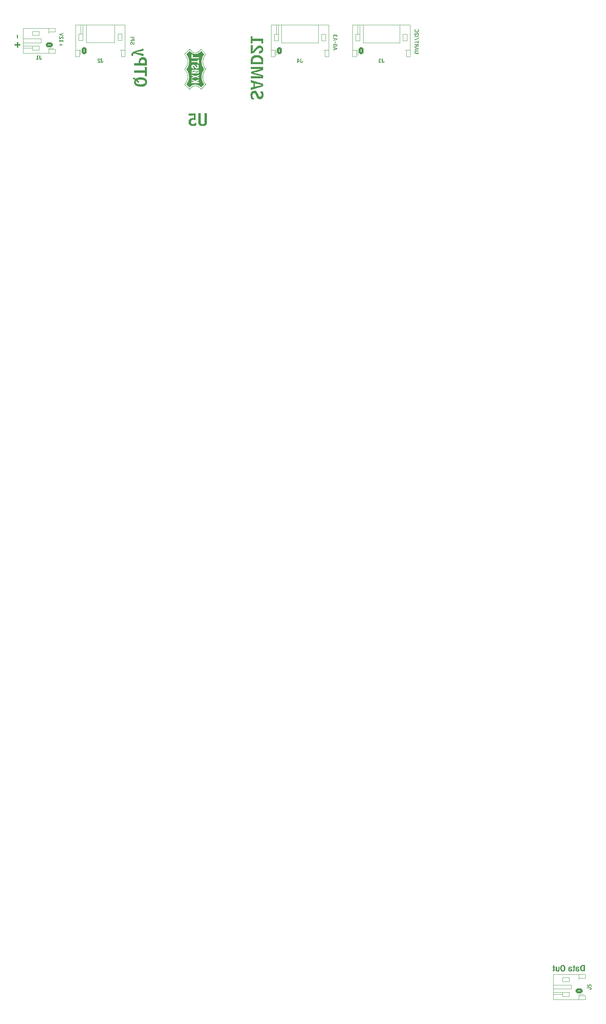
<source format=gbo>
G04 #@! TF.GenerationSoftware,KiCad,Pcbnew,8.0.5*
G04 #@! TF.CreationDate,2024-10-14T18:30:02-05:00*
G04 #@! TF.ProjectId,morg_grad_cap,6d6f7267-5f67-4726-9164-5f6361702e6b,rev?*
G04 #@! TF.SameCoordinates,Original*
G04 #@! TF.FileFunction,Legend,Bot*
G04 #@! TF.FilePolarity,Positive*
%FSLAX46Y46*%
G04 Gerber Fmt 4.6, Leading zero omitted, Abs format (unit mm)*
G04 Created by KiCad (PCBNEW 8.0.5) date 2024-10-14 18:30:02*
%MOMM*%
%LPD*%
G01*
G04 APERTURE LIST*
G04 Aperture macros list*
%AMRoundRect*
0 Rectangle with rounded corners*
0 $1 Rounding radius*
0 $2 $3 $4 $5 $6 $7 $8 $9 X,Y pos of 4 corners*
0 Add a 4 corners polygon primitive as box body*
4,1,4,$2,$3,$4,$5,$6,$7,$8,$9,$2,$3,0*
0 Add four circle primitives for the rounded corners*
1,1,$1+$1,$2,$3*
1,1,$1+$1,$4,$5*
1,1,$1+$1,$6,$7*
1,1,$1+$1,$8,$9*
0 Add four rect primitives between the rounded corners*
20,1,$1+$1,$2,$3,$4,$5,0*
20,1,$1+$1,$4,$5,$6,$7,0*
20,1,$1+$1,$6,$7,$8,$9,0*
20,1,$1+$1,$8,$9,$2,$3,0*%
G04 Aperture macros list end*
%ADD10C,0.125000*%
%ADD11C,0.100000*%
%ADD12C,0.300000*%
%ADD13C,0.000000*%
%ADD14C,0.120000*%
%ADD15O,1.750000X1.200000*%
%ADD16RoundRect,0.250000X0.625000X-0.350000X0.625000X0.350000X-0.625000X0.350000X-0.625000X-0.350000X0*%
%ADD17C,6.400000*%
%ADD18O,1.200000X1.750000*%
%ADD19RoundRect,0.250000X-0.350000X-0.625000X0.350000X-0.625000X0.350000X0.625000X-0.350000X0.625000X0*%
%ADD20O,3.657600X1.879600*%
G04 APERTURE END LIST*
D10*
G36*
X134397121Y-18740194D02*
G01*
X133842445Y-18740194D01*
X133750421Y-18599886D01*
X133674732Y-18450763D01*
X133615075Y-18292489D01*
X133571150Y-18124731D01*
X133542653Y-17947151D01*
X133530763Y-17797790D01*
X133528105Y-17681401D01*
X133538384Y-17499102D01*
X133568295Y-17330735D01*
X133616452Y-17177175D01*
X133681467Y-17039295D01*
X133791979Y-16881353D01*
X133926705Y-16754907D01*
X134082357Y-16662027D01*
X134255646Y-16604781D01*
X134443283Y-16585239D01*
X134609866Y-16597587D01*
X134757772Y-16635111D01*
X134919859Y-16718518D01*
X135034064Y-16815325D01*
X135136989Y-16939652D01*
X135230908Y-17092221D01*
X135296807Y-17225615D01*
X135359880Y-17375605D01*
X135380443Y-17429343D01*
X135441225Y-17595397D01*
X135498037Y-17740558D01*
X135570036Y-17882993D01*
X135673374Y-17998896D01*
X135814370Y-18052903D01*
X135864043Y-18055825D01*
X136014734Y-18020391D01*
X136141931Y-17920729D01*
X136221536Y-17788667D01*
X136260474Y-17621729D01*
X136262648Y-17568561D01*
X136245849Y-17412148D01*
X136195574Y-17273550D01*
X136112007Y-17152493D01*
X135995334Y-17048699D01*
X135913869Y-16997033D01*
X135913869Y-16791136D01*
X136531559Y-16791136D01*
X136594106Y-16946247D01*
X136643989Y-17100642D01*
X136681062Y-17255308D01*
X136705181Y-17411230D01*
X136716202Y-17569394D01*
X136716939Y-17622783D01*
X136707451Y-17792650D01*
X136679594Y-17951498D01*
X136634281Y-18098085D01*
X136572426Y-18231169D01*
X136465797Y-18385462D01*
X136333545Y-18510594D01*
X136177834Y-18603620D01*
X136000829Y-18661596D01*
X135855402Y-18680304D01*
X135804692Y-18681576D01*
X135638037Y-18668724D01*
X135494565Y-18630010D01*
X135342439Y-18544881D01*
X135214100Y-18418495D01*
X135123913Y-18287367D01*
X135040990Y-18129294D01*
X134981437Y-17992911D01*
X134922487Y-17841136D01*
X134867445Y-17694431D01*
X134804293Y-17536993D01*
X134728540Y-17387023D01*
X134626540Y-17267271D01*
X134470987Y-17205532D01*
X134422766Y-17202929D01*
X134270539Y-17232004D01*
X134138018Y-17333898D01*
X134061018Y-17479884D01*
X134025862Y-17644924D01*
X134019033Y-17774458D01*
X134027494Y-17921952D01*
X134060812Y-18079582D01*
X134120796Y-18217950D01*
X134208924Y-18339027D01*
X134326675Y-18444783D01*
X134397121Y-18492532D01*
X134397121Y-18740194D01*
G37*
G36*
X136670045Y-14877249D02*
G01*
X136670045Y-15524248D01*
X133575000Y-16410117D01*
X133575000Y-15839322D01*
X134231524Y-15700103D01*
X134231524Y-15653941D01*
X134592027Y-15653941D01*
X134736940Y-15594874D01*
X134885794Y-15548634D01*
X134989166Y-15524248D01*
X135940247Y-15313955D01*
X136092830Y-15283772D01*
X136245278Y-15263506D01*
X136295621Y-15259733D01*
X136295621Y-15171073D01*
X136141769Y-15153853D01*
X135994036Y-15128406D01*
X135940247Y-15116851D01*
X135055111Y-14923411D01*
X134909015Y-14886762D01*
X134763150Y-14843856D01*
X134615855Y-14787897D01*
X134592027Y-14776133D01*
X134592027Y-15653941D01*
X134231524Y-15653941D01*
X134231524Y-14746823D01*
X133575000Y-14603941D01*
X133575000Y-13961338D01*
X136670045Y-14877249D01*
G37*
G36*
X136670045Y-13556140D02*
G01*
X133575000Y-13556140D01*
X133575000Y-13064479D01*
X135397295Y-13064479D01*
X135548165Y-13066944D01*
X135713746Y-13076040D01*
X135860854Y-13089804D01*
X136017706Y-13109274D01*
X136089724Y-13119433D01*
X136089724Y-13039566D01*
X133668789Y-12342008D01*
X133668789Y-11985170D01*
X136089724Y-11292008D01*
X136089724Y-11207745D01*
X135938358Y-11227917D01*
X135774559Y-11239435D01*
X135619901Y-11244249D01*
X135453653Y-11245789D01*
X135403890Y-11245846D01*
X133575000Y-11245846D01*
X133575000Y-10754186D01*
X136670045Y-10754186D01*
X136670045Y-11544067D01*
X134984769Y-11993230D01*
X134835465Y-12029125D01*
X134685568Y-12055594D01*
X134520859Y-12076517D01*
X134365614Y-12089950D01*
X134365614Y-12237228D01*
X134531477Y-12252539D01*
X134681707Y-12271361D01*
X134833901Y-12296816D01*
X134979768Y-12329990D01*
X134994295Y-12333948D01*
X136670045Y-12783111D01*
X136670045Y-13556140D01*
G37*
G36*
X135282980Y-7846112D02*
G01*
X135472699Y-7866086D01*
X135650026Y-7901767D01*
X135814590Y-7952906D01*
X135966023Y-8019254D01*
X136103956Y-8100562D01*
X136228019Y-8196582D01*
X136337844Y-8307063D01*
X136363032Y-8336914D01*
X136453431Y-8463310D01*
X136524449Y-8594102D01*
X136589410Y-8765030D01*
X136625081Y-8908728D01*
X136648710Y-9059501D01*
X136662558Y-9218174D01*
X136668881Y-9385571D01*
X136670045Y-9517340D01*
X136670045Y-10118177D01*
X133575000Y-10118177D01*
X133575000Y-9517340D01*
X133576254Y-9370794D01*
X134049075Y-9370794D01*
X134052697Y-9520283D01*
X134053471Y-9534193D01*
X136190840Y-9534193D01*
X136195237Y-9416956D01*
X136185989Y-9238093D01*
X136158191Y-9077320D01*
X136111764Y-8934530D01*
X136020744Y-8771927D01*
X135896275Y-8640841D01*
X135738168Y-8541015D01*
X135597399Y-8486505D01*
X135437522Y-8449325D01*
X135258459Y-8429366D01*
X135128384Y-8425574D01*
X134934315Y-8433777D01*
X134759683Y-8458428D01*
X134604412Y-8499593D01*
X134468426Y-8557337D01*
X134316979Y-8660231D01*
X134199500Y-8792869D01*
X134115810Y-8955406D01*
X134075108Y-9097022D01*
X134053235Y-9255609D01*
X134049075Y-9370794D01*
X133576254Y-9370794D01*
X133576358Y-9358654D01*
X133582018Y-9206400D01*
X133594358Y-9059933D01*
X133622802Y-8884006D01*
X133670045Y-8714859D01*
X133740734Y-8551232D01*
X133817288Y-8423461D01*
X133839515Y-8391869D01*
X133948910Y-8259671D01*
X134072808Y-8146382D01*
X134211424Y-8051605D01*
X134364972Y-7974946D01*
X134533667Y-7916010D01*
X134717724Y-7874402D01*
X134865977Y-7854330D01*
X135023081Y-7843616D01*
X135132780Y-7841590D01*
X135282980Y-7846112D01*
G37*
G36*
X135649354Y-6865595D02*
G01*
X135811470Y-6853189D01*
X135969740Y-6816318D01*
X136104378Y-6742735D01*
X136192306Y-6617935D01*
X136212090Y-6495567D01*
X136189482Y-6348479D01*
X136112184Y-6220286D01*
X135986380Y-6138082D01*
X135841749Y-6106688D01*
X135795167Y-6105023D01*
X135641502Y-6122058D01*
X135498057Y-6171104D01*
X135360991Y-6249078D01*
X135226465Y-6352891D01*
X135118091Y-6452474D01*
X135006919Y-6565039D01*
X134890980Y-6689008D01*
X134785888Y-6806404D01*
X134686951Y-6916814D01*
X134561293Y-7051441D01*
X134438615Y-7169516D01*
X134314365Y-7268680D01*
X134183993Y-7346570D01*
X134042948Y-7400825D01*
X133886679Y-7429084D01*
X133801413Y-7432727D01*
X133575000Y-7432727D01*
X133575000Y-5449964D01*
X134108426Y-5449964D01*
X134108426Y-6155581D01*
X134106561Y-6327323D01*
X134097220Y-6489328D01*
X134074780Y-6643450D01*
X134033619Y-6791544D01*
X133968114Y-6935465D01*
X133939898Y-6982832D01*
X134011706Y-7045846D01*
X134127486Y-6904693D01*
X134240666Y-6761372D01*
X134352405Y-6616723D01*
X134463858Y-6471585D01*
X134553593Y-6355685D01*
X134644478Y-6240437D01*
X134737107Y-6126272D01*
X134859581Y-5984920D01*
X134981335Y-5860715D01*
X135103981Y-5754182D01*
X135229134Y-5665844D01*
X135358409Y-5596225D01*
X135528258Y-5536322D01*
X135672709Y-5510735D01*
X135787107Y-5504918D01*
X135967468Y-5521227D01*
X136134340Y-5569307D01*
X136284468Y-5647886D01*
X136414597Y-5755695D01*
X136521474Y-5891461D01*
X136601844Y-6053915D01*
X136652452Y-6241786D01*
X136668920Y-6398604D01*
X136670045Y-6453802D01*
X136660957Y-6628464D01*
X136633743Y-6786030D01*
X136588473Y-6926480D01*
X136500155Y-7087093D01*
X136380040Y-7217204D01*
X136228301Y-7316769D01*
X136045108Y-7385747D01*
X135887176Y-7417381D01*
X135711721Y-7431768D01*
X135649354Y-7432727D01*
X135649354Y-6865595D01*
G37*
G36*
X136623150Y-3784472D02*
G01*
X136623150Y-4961234D01*
X136211357Y-4961234D01*
X136211357Y-4695986D01*
X136214939Y-4540021D01*
X136242752Y-4393612D01*
X136248726Y-4377249D01*
X136211357Y-4343544D01*
X136065806Y-4371250D01*
X135910380Y-4376896D01*
X135807623Y-4377249D01*
X134614009Y-4377249D01*
X134457016Y-4377183D01*
X134304997Y-4376499D01*
X134158251Y-4373036D01*
X134010605Y-4352162D01*
X133986060Y-4343544D01*
X133944295Y-4377249D01*
X133974256Y-4541025D01*
X133982563Y-4695744D01*
X133985623Y-4847610D01*
X133986060Y-4961234D01*
X133575000Y-4961234D01*
X133575000Y-3209280D01*
X133986060Y-3209280D01*
X133985131Y-3370340D01*
X133980840Y-3523803D01*
X133968440Y-3684706D01*
X133944295Y-3784472D01*
X133986060Y-3814514D01*
X134138663Y-3792466D01*
X134292870Y-3785130D01*
X134364881Y-3784472D01*
X136623150Y-3784472D01*
G37*
G36*
X105155209Y-13467745D02*
G01*
X105253732Y-13579811D01*
X105298091Y-13677306D01*
X105331796Y-13702951D01*
X105457672Y-13581916D01*
X105609146Y-13485574D01*
X105749297Y-13425131D01*
X105906759Y-13378520D01*
X106081944Y-13344867D01*
X106275265Y-13323295D01*
X106432404Y-13314518D01*
X106600150Y-13311674D01*
X106780533Y-13316713D01*
X106950617Y-13331684D01*
X107110217Y-13356371D01*
X107259147Y-13390557D01*
X107462135Y-13459172D01*
X107640080Y-13547941D01*
X107792357Y-13656131D01*
X107918345Y-13783010D01*
X108017421Y-13927848D01*
X108088960Y-14089912D01*
X108132341Y-14268470D01*
X108146939Y-14462791D01*
X108132503Y-14662219D01*
X108089405Y-14844304D01*
X108017964Y-15008550D01*
X107918500Y-15154459D01*
X107791331Y-15281537D01*
X107636776Y-15389286D01*
X107455153Y-15477210D01*
X107246782Y-15544813D01*
X107093166Y-15578348D01*
X106927897Y-15602483D01*
X106751070Y-15617072D01*
X106562780Y-15621967D01*
X106372811Y-15616836D01*
X106194258Y-15601595D01*
X106027237Y-15576474D01*
X105871863Y-15541699D01*
X105728253Y-15497501D01*
X105535149Y-15414034D01*
X105369166Y-15310649D01*
X105230694Y-15188118D01*
X105120124Y-15047213D01*
X105037849Y-14888705D01*
X104984260Y-14713365D01*
X104959747Y-14521966D01*
X104958105Y-14454731D01*
X104963433Y-14387320D01*
X105402871Y-14387320D01*
X105421571Y-14537084D01*
X105497424Y-14697697D01*
X105599951Y-14804506D01*
X105739553Y-14891679D01*
X105916119Y-14958882D01*
X106072734Y-14995977D01*
X106250030Y-15021509D01*
X106447962Y-15035336D01*
X106591357Y-15037983D01*
X106783262Y-15032406D01*
X106956656Y-15015938D01*
X107111459Y-14988970D01*
X107288807Y-14937355D01*
X107432775Y-14868695D01*
X107565505Y-14760314D01*
X107645413Y-14628561D01*
X107672131Y-14475247D01*
X107645158Y-14318138D01*
X107564753Y-14182700D01*
X107431688Y-14070963D01*
X107287839Y-14000001D01*
X107111176Y-13946546D01*
X106957382Y-13918567D01*
X106785519Y-13901459D01*
X106595753Y-13895659D01*
X106436746Y-13897246D01*
X106286604Y-13902130D01*
X106117923Y-13912603D01*
X105961529Y-13928409D01*
X105794252Y-13954013D01*
X105727470Y-13967466D01*
X105727470Y-14001172D01*
X105870111Y-14054574D01*
X105984658Y-14139657D01*
X106267491Y-14370467D01*
X105997114Y-14673084D01*
X105664455Y-14404172D01*
X105551603Y-14304719D01*
X105482006Y-14177027D01*
X105444637Y-14177027D01*
X105406655Y-14324023D01*
X105402871Y-14387320D01*
X104963433Y-14387320D01*
X104970825Y-14293794D01*
X105009854Y-14144329D01*
X105076498Y-14005167D01*
X105172062Y-13875142D01*
X105146416Y-13849497D01*
X105125900Y-13849497D01*
X104980999Y-13823916D01*
X104900219Y-13778422D01*
X104629842Y-13576922D01*
X104930994Y-13286761D01*
X105155209Y-13467745D01*
G37*
G36*
X107608384Y-12205987D02*
G01*
X105005000Y-12205987D01*
X105005000Y-11617606D01*
X107608384Y-11617606D01*
X107608384Y-10794752D01*
X108100045Y-10794752D01*
X108100045Y-13011988D01*
X107608384Y-13011988D01*
X107608384Y-12205987D01*
G37*
G36*
X107274833Y-8351620D02*
G01*
X107423539Y-8376401D01*
X107603085Y-8439011D01*
X107758936Y-8539466D01*
X107888593Y-8682188D01*
X107967144Y-8819629D01*
X108028501Y-8985198D01*
X108071610Y-9180762D01*
X108089691Y-9328722D01*
X108098881Y-9491396D01*
X108100045Y-9578422D01*
X108100045Y-10448171D01*
X105005000Y-10448171D01*
X105005000Y-9864186D01*
X106101894Y-9864186D01*
X106101894Y-9696392D01*
X106505628Y-9696392D01*
X106508354Y-9847794D01*
X106509291Y-9864186D01*
X107599591Y-9864186D01*
X107599591Y-9444333D01*
X107577737Y-9273837D01*
X107503718Y-9123694D01*
X107394256Y-9024469D01*
X107245340Y-8961076D01*
X107081552Y-8940216D01*
X106908545Y-8957907D01*
X106768426Y-9011552D01*
X106641640Y-9124589D01*
X106568738Y-9260341D01*
X106524054Y-9434784D01*
X106507644Y-9602771D01*
X106505628Y-9696392D01*
X106101894Y-9696392D01*
X106101894Y-9419420D01*
X106113269Y-9221041D01*
X106146374Y-9043983D01*
X106199674Y-8887851D01*
X106271640Y-8752249D01*
X106393978Y-8602703D01*
X106543141Y-8488018D01*
X106715497Y-8407259D01*
X106857799Y-8368390D01*
X107009571Y-8347684D01*
X107115258Y-8343775D01*
X107274833Y-8351620D01*
G37*
G36*
X104729494Y-8051416D02*
G01*
X104301580Y-8051416D01*
X104301580Y-7770048D01*
X104312561Y-7584910D01*
X104345326Y-7435294D01*
X104416512Y-7289975D01*
X104520799Y-7181112D01*
X104657669Y-7098123D01*
X104826602Y-7030426D01*
X104984483Y-6980167D01*
X107255942Y-6291402D01*
X107255942Y-6795519D01*
X105419724Y-7123049D01*
X105419724Y-7219769D01*
X107255942Y-7505533D01*
X107255942Y-8101974D01*
X105047498Y-7421269D01*
X104898891Y-7470397D01*
X104775371Y-7565356D01*
X104730489Y-7714619D01*
X104729494Y-7749532D01*
X104729494Y-8051416D01*
G37*
D11*
G36*
X76468175Y-3729912D02*
G01*
X76157009Y-3729912D01*
X76157009Y-2873109D01*
X76468175Y-2873109D01*
X76468175Y-3729912D01*
G37*
G36*
X76477872Y-5480544D02*
G01*
X76477872Y-6040349D01*
X76186735Y-6040349D01*
X76186735Y-5480544D01*
X75624000Y-5480544D01*
X75624000Y-5189407D01*
X76186735Y-5189407D01*
X76186735Y-4629114D01*
X76477872Y-4629114D01*
X76477872Y-5189407D01*
X77040608Y-5189407D01*
X77040608Y-5480544D01*
X76477872Y-5480544D01*
G37*
G36*
X87041936Y-5408596D02*
G01*
X87041936Y-5688498D01*
X86896367Y-5688498D01*
X86896367Y-5408596D01*
X86615000Y-5408596D01*
X86615000Y-5263027D01*
X86896367Y-5263027D01*
X86896367Y-4982881D01*
X87041936Y-4982881D01*
X87041936Y-5263027D01*
X87323304Y-5263027D01*
X87323304Y-5408596D01*
X87041936Y-5408596D01*
G37*
G36*
X87631050Y-4255525D02*
G01*
X87631050Y-4647779D01*
X87493785Y-4647779D01*
X87493785Y-4559364D01*
X87494979Y-4507375D01*
X87504250Y-4458572D01*
X87506242Y-4453118D01*
X87493785Y-4441883D01*
X87445268Y-4451118D01*
X87393460Y-4453000D01*
X87359207Y-4453118D01*
X86961336Y-4453118D01*
X86909005Y-4453096D01*
X86858332Y-4452868D01*
X86809417Y-4451714D01*
X86760201Y-4444756D01*
X86752020Y-4441883D01*
X86738098Y-4453118D01*
X86748085Y-4507710D01*
X86750854Y-4559283D01*
X86751874Y-4609905D01*
X86752020Y-4647779D01*
X86615000Y-4647779D01*
X86615000Y-4063795D01*
X86752020Y-4063795D01*
X86751710Y-4117481D01*
X86750280Y-4168636D01*
X86746146Y-4222270D01*
X86738098Y-4255525D01*
X86752020Y-4265539D01*
X86802887Y-4258190D01*
X86854290Y-4255745D01*
X86878293Y-4255525D01*
X87631050Y-4255525D01*
G37*
G36*
X87306451Y-3727228D02*
G01*
X87360490Y-3723093D01*
X87413246Y-3710803D01*
X87458126Y-3686275D01*
X87487435Y-3644675D01*
X87494030Y-3603886D01*
X87486494Y-3554856D01*
X87460728Y-3512125D01*
X87418793Y-3484724D01*
X87370583Y-3474259D01*
X87355055Y-3473704D01*
X87303834Y-3479382D01*
X87256019Y-3495731D01*
X87210330Y-3521722D01*
X87165488Y-3556327D01*
X87129363Y-3589521D01*
X87092306Y-3627043D01*
X87053660Y-3668366D01*
X87018629Y-3707498D01*
X86985650Y-3744301D01*
X86943764Y-3789177D01*
X86902871Y-3828535D01*
X86861455Y-3861590D01*
X86817997Y-3887553D01*
X86770982Y-3905638D01*
X86718893Y-3915058D01*
X86690471Y-3916272D01*
X86615000Y-3916272D01*
X86615000Y-3255351D01*
X86792808Y-3255351D01*
X86792808Y-3490557D01*
X86792187Y-3547804D01*
X86789073Y-3601806D01*
X86781593Y-3653180D01*
X86767873Y-3702544D01*
X86746038Y-3750518D01*
X86736632Y-3766307D01*
X86760568Y-3787312D01*
X86799162Y-3740261D01*
X86836888Y-3692487D01*
X86874135Y-3644271D01*
X86911286Y-3595891D01*
X86941197Y-3557258D01*
X86971492Y-3518842D01*
X87002369Y-3480787D01*
X87043193Y-3433670D01*
X87083778Y-3392268D01*
X87124660Y-3356757D01*
X87166378Y-3327311D01*
X87209469Y-3304105D01*
X87266086Y-3284137D01*
X87314236Y-3275608D01*
X87352369Y-3273669D01*
X87412489Y-3279106D01*
X87468113Y-3295132D01*
X87518156Y-3321325D01*
X87561532Y-3357261D01*
X87597158Y-3402517D01*
X87623948Y-3456668D01*
X87640817Y-3519292D01*
X87646306Y-3571564D01*
X87646681Y-3589964D01*
X87643652Y-3648185D01*
X87634581Y-3700706D01*
X87619491Y-3747523D01*
X87590051Y-3801061D01*
X87550013Y-3844431D01*
X87499433Y-3877619D01*
X87438369Y-3900612D01*
X87385725Y-3911157D01*
X87327240Y-3915952D01*
X87306451Y-3916272D01*
X87306451Y-3727228D01*
G37*
G36*
X87646681Y-3167912D02*
G01*
X86599368Y-2878240D01*
X86599368Y-2697500D01*
X87646681Y-2390976D01*
X87646681Y-2580020D01*
X86980387Y-2740976D01*
X86927661Y-2752245D01*
X86874019Y-2760607D01*
X86818545Y-2765808D01*
X86767783Y-2767569D01*
X86760324Y-2767598D01*
X86760324Y-2796907D01*
X86810685Y-2798282D01*
X86866109Y-2803070D01*
X86920136Y-2811051D01*
X86973682Y-2821971D01*
X86980387Y-2823530D01*
X87646681Y-2984486D01*
X87646681Y-3167912D01*
G37*
G36*
X104309040Y-5300879D02*
G01*
X104124148Y-5300879D01*
X104093473Y-5254109D01*
X104068244Y-5204402D01*
X104048358Y-5151644D01*
X104033716Y-5095724D01*
X104024217Y-5036531D01*
X104020254Y-4986744D01*
X104019368Y-4947948D01*
X104022794Y-4887181D01*
X104032765Y-4831059D01*
X104048817Y-4779872D01*
X104070489Y-4733912D01*
X104107326Y-4681265D01*
X104152235Y-4639116D01*
X104204119Y-4608156D01*
X104261882Y-4589074D01*
X104324427Y-4582560D01*
X104379955Y-4586676D01*
X104429257Y-4599184D01*
X104483286Y-4626987D01*
X104521354Y-4659256D01*
X104555663Y-4700698D01*
X104586969Y-4751554D01*
X104608935Y-4796019D01*
X104629960Y-4846016D01*
X104636814Y-4863928D01*
X104657075Y-4919280D01*
X104676012Y-4967667D01*
X104700012Y-5015145D01*
X104734458Y-5053779D01*
X104781456Y-5071782D01*
X104798014Y-5072756D01*
X104848244Y-5060944D01*
X104890643Y-5027724D01*
X104917178Y-4983703D01*
X104930158Y-4928057D01*
X104930882Y-4910334D01*
X104925283Y-4858197D01*
X104908524Y-4811997D01*
X104880669Y-4771645D01*
X104841778Y-4737047D01*
X104814623Y-4719825D01*
X104814623Y-4651193D01*
X105020519Y-4651193D01*
X105041368Y-4702896D01*
X105057996Y-4754361D01*
X105070354Y-4805917D01*
X105078393Y-4857891D01*
X105082067Y-4910612D01*
X105082313Y-4928408D01*
X105079150Y-4985031D01*
X105069864Y-5037980D01*
X105054760Y-5086842D01*
X105034142Y-5131204D01*
X104998599Y-5182635D01*
X104954515Y-5224345D01*
X104902611Y-5255354D01*
X104843609Y-5274679D01*
X104795134Y-5280915D01*
X104778230Y-5281339D01*
X104722679Y-5277055D01*
X104674855Y-5264151D01*
X104624146Y-5235774D01*
X104581366Y-5193646D01*
X104551304Y-5149936D01*
X104523663Y-5097245D01*
X104503812Y-5051784D01*
X104484162Y-5001193D01*
X104465815Y-4952291D01*
X104444764Y-4899812D01*
X104419513Y-4849822D01*
X104385513Y-4809904D01*
X104333662Y-4789325D01*
X104317588Y-4788457D01*
X104266846Y-4798149D01*
X104222672Y-4832113D01*
X104197006Y-4880775D01*
X104185287Y-4935789D01*
X104183011Y-4978967D01*
X104185831Y-5028131D01*
X104196937Y-5080675D01*
X104216932Y-5126797D01*
X104246308Y-5167156D01*
X104285558Y-5202408D01*
X104309040Y-5218325D01*
X104309040Y-5300879D01*
G37*
G36*
X104791611Y-3748400D02*
G01*
X104841179Y-3756660D01*
X104901028Y-3777530D01*
X104952978Y-3811015D01*
X104996197Y-3858589D01*
X105022381Y-3904403D01*
X105042833Y-3959592D01*
X105057203Y-4024780D01*
X105063230Y-4074100D01*
X105066293Y-4128325D01*
X105066681Y-4157334D01*
X105066681Y-4447250D01*
X104035000Y-4447250D01*
X104035000Y-4252588D01*
X104400631Y-4252588D01*
X104400631Y-4196657D01*
X104535209Y-4196657D01*
X104536118Y-4247124D01*
X104536430Y-4252588D01*
X104899863Y-4252588D01*
X104899863Y-4112637D01*
X104892579Y-4055805D01*
X104867906Y-4005758D01*
X104831418Y-3972683D01*
X104781780Y-3951551D01*
X104727184Y-3944598D01*
X104669515Y-3950495D01*
X104622808Y-3968377D01*
X104580546Y-4006056D01*
X104556246Y-4051307D01*
X104541351Y-4109454D01*
X104535881Y-4165450D01*
X104535209Y-4196657D01*
X104400631Y-4196657D01*
X104400631Y-4104333D01*
X104404423Y-4038207D01*
X104415458Y-3979187D01*
X104433224Y-3927143D01*
X104457213Y-3881943D01*
X104497992Y-3832094D01*
X104547713Y-3793865D01*
X104605165Y-3766946D01*
X104652599Y-3753990D01*
X104703190Y-3747088D01*
X104738419Y-3745784D01*
X104791611Y-3748400D01*
G37*
G36*
X105066681Y-3592400D02*
G01*
X104035000Y-3592400D01*
X104035000Y-3397738D01*
X105066681Y-3397738D01*
X105066681Y-3592400D01*
G37*
G36*
X154846681Y-6161778D02*
G01*
X154846681Y-6377444D01*
X153815000Y-6672734D01*
X153815000Y-6482469D01*
X154033841Y-6436063D01*
X154033841Y-6420675D01*
X154154009Y-6420675D01*
X154202313Y-6400986D01*
X154251931Y-6385573D01*
X154286388Y-6377444D01*
X154603415Y-6307347D01*
X154654276Y-6297286D01*
X154705092Y-6290530D01*
X154721873Y-6289273D01*
X154721873Y-6259719D01*
X154670589Y-6253979D01*
X154621345Y-6245497D01*
X154603415Y-6241645D01*
X154308370Y-6177165D01*
X154259671Y-6164949D01*
X154211050Y-6150647D01*
X154161951Y-6131994D01*
X154154009Y-6128073D01*
X154154009Y-6420675D01*
X154033841Y-6420675D01*
X154033841Y-6118303D01*
X153815000Y-6070675D01*
X153815000Y-5856474D01*
X154846681Y-6161778D01*
G37*
G36*
X154369075Y-5118996D02*
G01*
X154431592Y-5122382D01*
X154489599Y-5128117D01*
X154543126Y-5136279D01*
X154592202Y-5146942D01*
X154657535Y-5167792D01*
X154713019Y-5194698D01*
X154758753Y-5227916D01*
X154794836Y-5267700D01*
X154821367Y-5314308D01*
X154838445Y-5367995D01*
X154846168Y-5429016D01*
X154846681Y-5451031D01*
X154842184Y-5509657D01*
X154828709Y-5562566D01*
X154806281Y-5609748D01*
X154774927Y-5651191D01*
X154734671Y-5686884D01*
X154685538Y-5716818D01*
X154627555Y-5740981D01*
X154560745Y-5759361D01*
X154511315Y-5768397D01*
X154457982Y-5774856D01*
X154400752Y-5778733D01*
X154339633Y-5780026D01*
X154273553Y-5778840D01*
X154211863Y-5775248D01*
X154154546Y-5769207D01*
X154101584Y-5760670D01*
X154052960Y-5749592D01*
X153988119Y-5728108D01*
X153932938Y-5700648D01*
X153887360Y-5667057D01*
X153851325Y-5627180D01*
X153824773Y-5580864D01*
X153807646Y-5527953D01*
X153799884Y-5468292D01*
X153799403Y-5448345D01*
X153932236Y-5448345D01*
X153945882Y-5501148D01*
X153986899Y-5538363D01*
X154042070Y-5559231D01*
X154099996Y-5570304D01*
X154151505Y-5575805D01*
X154209944Y-5579242D01*
X154275327Y-5580920D01*
X154322780Y-5581213D01*
X154392770Y-5580502D01*
X154455755Y-5578181D01*
X154511759Y-5573966D01*
X154560811Y-5567573D01*
X154615444Y-5555170D01*
X154666516Y-5532488D01*
X154702709Y-5493007D01*
X154712103Y-5448345D01*
X154698465Y-5395654D01*
X154657505Y-5358713D01*
X154602452Y-5338126D01*
X154544689Y-5327273D01*
X154493350Y-5321915D01*
X154435129Y-5318589D01*
X154370019Y-5316977D01*
X154322780Y-5316698D01*
X154253099Y-5317343D01*
X154190238Y-5319491D01*
X154134205Y-5323459D01*
X154085007Y-5329565D01*
X154030055Y-5341580D01*
X153978498Y-5363884D01*
X153941801Y-5403274D01*
X153932236Y-5448345D01*
X153799403Y-5448345D01*
X153799368Y-5446879D01*
X153803786Y-5388310D01*
X153817039Y-5335435D01*
X153839128Y-5288269D01*
X153870053Y-5246827D01*
X153909814Y-5211123D01*
X153958410Y-5181171D01*
X154015842Y-5156987D01*
X154082110Y-5138584D01*
X154131197Y-5129534D01*
X154184211Y-5123065D01*
X154241152Y-5119180D01*
X154302020Y-5117884D01*
X154369075Y-5118996D01*
G37*
G36*
X154408998Y-4923955D02*
G01*
X154253415Y-4923955D01*
X154253415Y-4495553D01*
X154408998Y-4495553D01*
X154408998Y-4923955D01*
G37*
G36*
X154846681Y-3829747D02*
G01*
X154846681Y-4045414D01*
X153815000Y-4340703D01*
X153815000Y-4150438D01*
X154033841Y-4104032D01*
X154033841Y-4088645D01*
X154154009Y-4088645D01*
X154202313Y-4068956D01*
X154251931Y-4053542D01*
X154286388Y-4045414D01*
X154603415Y-3975316D01*
X154654276Y-3965255D01*
X154705092Y-3958500D01*
X154721873Y-3957242D01*
X154721873Y-3927689D01*
X154670589Y-3921949D01*
X154621345Y-3913466D01*
X154603415Y-3909615D01*
X154308370Y-3845135D01*
X154259671Y-3832918D01*
X154211050Y-3818616D01*
X154161951Y-3799963D01*
X154154009Y-3796042D01*
X154154009Y-4088645D01*
X154033841Y-4088645D01*
X154033841Y-3786272D01*
X153815000Y-3738645D01*
X153815000Y-3524444D01*
X154846681Y-3829747D01*
G37*
G36*
X154028468Y-3431387D02*
G01*
X153848217Y-3431387D01*
X153830195Y-3380118D01*
X153816768Y-3330043D01*
X153807482Y-3280554D01*
X153801883Y-3231043D01*
X153799517Y-3180901D01*
X153799368Y-3163941D01*
X153802702Y-3102564D01*
X153812467Y-3046212D01*
X153828304Y-2995107D01*
X153849858Y-2949468D01*
X153886868Y-2897503D01*
X153932557Y-2856174D01*
X153986076Y-2826005D01*
X154046580Y-2807519D01*
X154096031Y-2801637D01*
X154113220Y-2801241D01*
X154162523Y-2804420D01*
X154210743Y-2815693D01*
X154255592Y-2837967D01*
X154274665Y-2853020D01*
X154308261Y-2890948D01*
X154333118Y-2939144D01*
X154348129Y-2991744D01*
X154351601Y-3011290D01*
X154383841Y-3011290D01*
X154399065Y-2959385D01*
X154421852Y-2915417D01*
X154458244Y-2873628D01*
X154503420Y-2844385D01*
X154556230Y-2828295D01*
X154595111Y-2825177D01*
X154649188Y-2830619D01*
X154697995Y-2846685D01*
X154740934Y-2872987D01*
X154777408Y-2909135D01*
X154806818Y-2954740D01*
X154828565Y-3009412D01*
X154842053Y-3072762D01*
X154846387Y-3125736D01*
X154846681Y-3144402D01*
X154844368Y-3194210D01*
X154837652Y-3243436D01*
X154826873Y-3292630D01*
X154812369Y-3342342D01*
X154794477Y-3393123D01*
X154787819Y-3410382D01*
X154605125Y-3410382D01*
X154605125Y-3341750D01*
X154640438Y-3305958D01*
X154670009Y-3262744D01*
X154688205Y-3216693D01*
X154695164Y-3167416D01*
X154695251Y-3161010D01*
X154687745Y-3109687D01*
X154662799Y-3062359D01*
X154623685Y-3030361D01*
X154573838Y-3017082D01*
X154567023Y-3016907D01*
X154515471Y-3026760D01*
X154475477Y-3056317D01*
X154446886Y-3105579D01*
X154433361Y-3152831D01*
X154425521Y-3210136D01*
X154424630Y-3222804D01*
X154273199Y-3222804D01*
X154269871Y-3170113D01*
X154259137Y-3114206D01*
X154236496Y-3061674D01*
X154203062Y-3024969D01*
X154158680Y-3004033D01*
X154113220Y-2998589D01*
X154059090Y-3008193D01*
X154013527Y-3036015D01*
X153979632Y-3080565D01*
X153962214Y-3130939D01*
X153957393Y-3180794D01*
X153961506Y-3233371D01*
X153975234Y-3285523D01*
X154000052Y-3330683D01*
X154028468Y-3355672D01*
X154028468Y-3431387D01*
G37*
G36*
X174183576Y-7501932D02*
G01*
X174133846Y-7501344D01*
X174078349Y-7498065D01*
X174027002Y-7490254D01*
X173979368Y-7476085D01*
X173935015Y-7453733D01*
X173913932Y-7438917D01*
X173873776Y-7400491D01*
X173840602Y-7353252D01*
X173818791Y-7307635D01*
X173802713Y-7256746D01*
X173792771Y-7200971D01*
X173789368Y-7140696D01*
X173792771Y-7081591D01*
X173802713Y-7026618D01*
X173818791Y-6976224D01*
X173840602Y-6930857D01*
X173873776Y-6883682D01*
X173913932Y-6845163D01*
X173956809Y-6817921D01*
X174002748Y-6799615D01*
X174052184Y-6788515D01*
X174105552Y-6782892D01*
X174163286Y-6781018D01*
X174183576Y-6780927D01*
X174836681Y-6780927D01*
X174836681Y-6975588D01*
X174165502Y-6975588D01*
X174114157Y-6977747D01*
X174060442Y-6986918D01*
X174010849Y-7008397D01*
X173972679Y-7049522D01*
X173956110Y-7100012D01*
X173953011Y-7142162D01*
X173959074Y-7200595D01*
X173982148Y-7250627D01*
X174022100Y-7282396D01*
X174078552Y-7299764D01*
X174137929Y-7306026D01*
X174193346Y-7307270D01*
X174836681Y-7307270D01*
X174836681Y-7501932D01*
X174183576Y-7501932D01*
G37*
G36*
X174836681Y-6181799D02*
G01*
X174836681Y-6397465D01*
X173805000Y-6692755D01*
X173805000Y-6502490D01*
X174023841Y-6456084D01*
X174023841Y-6440696D01*
X174144009Y-6440696D01*
X174192313Y-6421007D01*
X174241931Y-6405594D01*
X174276388Y-6397465D01*
X174593415Y-6327368D01*
X174644276Y-6317307D01*
X174695092Y-6310551D01*
X174711873Y-6309294D01*
X174711873Y-6279740D01*
X174660589Y-6274000D01*
X174611345Y-6265518D01*
X174593415Y-6261666D01*
X174298370Y-6197186D01*
X174249671Y-6184970D01*
X174201050Y-6170668D01*
X174151951Y-6152015D01*
X174144009Y-6148093D01*
X174144009Y-6440696D01*
X174023841Y-6440696D01*
X174023841Y-6138324D01*
X173805000Y-6090696D01*
X173805000Y-5876495D01*
X174836681Y-6181799D01*
G37*
G36*
X174169654Y-5223390D02*
G01*
X174212329Y-5253540D01*
X174246359Y-5289132D01*
X174262466Y-5310096D01*
X174273457Y-5310096D01*
X174295504Y-5257952D01*
X174320688Y-5212872D01*
X174356753Y-5166404D01*
X174398123Y-5130852D01*
X174445020Y-5106150D01*
X174497668Y-5092230D01*
X174544078Y-5088812D01*
X174598476Y-5092825D01*
X174646904Y-5104811D01*
X174702421Y-5133065D01*
X174747887Y-5175179D01*
X174775582Y-5215752D01*
X174797938Y-5263944D01*
X174815091Y-5319679D01*
X174827176Y-5382881D01*
X174834327Y-5453473D01*
X174836421Y-5504603D01*
X174836681Y-5531380D01*
X174836681Y-5760969D01*
X173805000Y-5760969D01*
X173805000Y-5566307D01*
X174237065Y-5566307D01*
X174237065Y-5549454D01*
X174238953Y-5517458D01*
X174352103Y-5517458D01*
X174353325Y-5566307D01*
X174689647Y-5566307D01*
X174689647Y-5433439D01*
X174681436Y-5381981D01*
X174654522Y-5336827D01*
X174614609Y-5306778D01*
X174567649Y-5290869D01*
X174533087Y-5287626D01*
X174478177Y-5293001D01*
X174426359Y-5313894D01*
X174388962Y-5350972D01*
X174365003Y-5404690D01*
X174354591Y-5462493D01*
X174352103Y-5517458D01*
X174238953Y-5517458D01*
X174240065Y-5498604D01*
X174247079Y-5457130D01*
X174198457Y-5444738D01*
X174155732Y-5424890D01*
X173805000Y-5251234D01*
X173805000Y-5021645D01*
X174169654Y-5223390D01*
G37*
G36*
X174672794Y-4770075D02*
G01*
X173805000Y-4770075D01*
X173805000Y-4573948D01*
X174672794Y-4573948D01*
X174672794Y-4299664D01*
X174836681Y-4299664D01*
X174836681Y-5038742D01*
X174672794Y-5038742D01*
X174672794Y-4770075D01*
G37*
G36*
X174867944Y-3723495D02*
G01*
X173768852Y-4214911D01*
X173768852Y-4059573D01*
X174867944Y-3568156D01*
X174867944Y-3723495D01*
G37*
G36*
X174836681Y-3406468D02*
G01*
X173805000Y-3406468D01*
X173805000Y-3211806D01*
X174836681Y-3211806D01*
X174836681Y-3406468D01*
G37*
G36*
X174496451Y-2866447D02*
G01*
X174550490Y-2862311D01*
X174603246Y-2850021D01*
X174648126Y-2825493D01*
X174677435Y-2783893D01*
X174684030Y-2743104D01*
X174676494Y-2694075D01*
X174650728Y-2651343D01*
X174608793Y-2623942D01*
X174560583Y-2613478D01*
X174545055Y-2612923D01*
X174493834Y-2618601D01*
X174446019Y-2634950D01*
X174400330Y-2660941D01*
X174355488Y-2695545D01*
X174319363Y-2728739D01*
X174282306Y-2766261D01*
X174243660Y-2807584D01*
X174208629Y-2846716D01*
X174175650Y-2883520D01*
X174133764Y-2928395D01*
X174092871Y-2967754D01*
X174051455Y-3000808D01*
X174007997Y-3026771D01*
X173960982Y-3044856D01*
X173908893Y-3054276D01*
X173880471Y-3055491D01*
X173805000Y-3055491D01*
X173805000Y-2394569D01*
X173982808Y-2394569D01*
X173982808Y-2629775D01*
X173982187Y-2687023D01*
X173979073Y-2741024D01*
X173971593Y-2792398D01*
X173957873Y-2841763D01*
X173936038Y-2889736D01*
X173926632Y-2905525D01*
X173950568Y-2926530D01*
X173989162Y-2879479D01*
X174026888Y-2831706D01*
X174064135Y-2783489D01*
X174101286Y-2735110D01*
X174131197Y-2696476D01*
X174161492Y-2658061D01*
X174192369Y-2620006D01*
X174233193Y-2572888D01*
X174273778Y-2531487D01*
X174314660Y-2495975D01*
X174356378Y-2466529D01*
X174399469Y-2443323D01*
X174456086Y-2423356D01*
X174504236Y-2414827D01*
X174542369Y-2412888D01*
X174602489Y-2418324D01*
X174658113Y-2434350D01*
X174708156Y-2460544D01*
X174751532Y-2496480D01*
X174787158Y-2541735D01*
X174813948Y-2595887D01*
X174830817Y-2658510D01*
X174836306Y-2710783D01*
X174836681Y-2729182D01*
X174833652Y-2787403D01*
X174824581Y-2839925D01*
X174809491Y-2886742D01*
X174780051Y-2940279D01*
X174740013Y-2983649D01*
X174689433Y-3016838D01*
X174628369Y-3039831D01*
X174575725Y-3050375D01*
X174517240Y-3055171D01*
X174496451Y-3055491D01*
X174496451Y-2866447D01*
G37*
G36*
X174769515Y-1566586D02*
G01*
X174793205Y-1612691D01*
X174812961Y-1657921D01*
X174831430Y-1711270D01*
X174844129Y-1763871D01*
X174850999Y-1816005D01*
X174852313Y-1850641D01*
X174846969Y-1919628D01*
X174831230Y-1984428D01*
X174805530Y-2044474D01*
X174770306Y-2099199D01*
X174725993Y-2148034D01*
X174673028Y-2190412D01*
X174611846Y-2225765D01*
X174566709Y-2245151D01*
X174518243Y-2260995D01*
X174466577Y-2273129D01*
X174411840Y-2281384D01*
X174354162Y-2285592D01*
X174324260Y-2286126D01*
X174262788Y-2284090D01*
X174204645Y-2278040D01*
X174149917Y-2268058D01*
X174098694Y-2254229D01*
X174051063Y-2236636D01*
X173986543Y-2203372D01*
X173930601Y-2162111D01*
X173883534Y-2113135D01*
X173845637Y-2056726D01*
X173817210Y-1993167D01*
X173798547Y-1922741D01*
X173791677Y-1872114D01*
X173789368Y-1818645D01*
X173792049Y-1766933D01*
X173800200Y-1717468D01*
X173813986Y-1670077D01*
X173833572Y-1624586D01*
X173859121Y-1580821D01*
X173868991Y-1566586D01*
X174086123Y-1566586D01*
X174086123Y-1640592D01*
X174041051Y-1664569D01*
X174000502Y-1699481D01*
X173972753Y-1742129D01*
X173957635Y-1792789D01*
X173954476Y-1834032D01*
X173960944Y-1888736D01*
X173979977Y-1938133D01*
X174011019Y-1981611D01*
X174053517Y-2018558D01*
X174106913Y-2048360D01*
X174153779Y-2065655D01*
X174206230Y-2078328D01*
X174264030Y-2086122D01*
X174326946Y-2088777D01*
X174389786Y-2086118D01*
X174447258Y-2078299D01*
X174499184Y-2065557D01*
X174545387Y-2048128D01*
X174597781Y-2018008D01*
X174639265Y-1980538D01*
X174669417Y-1936278D01*
X174687817Y-1885791D01*
X174694043Y-1829636D01*
X174687993Y-1776480D01*
X174665793Y-1725649D01*
X174632390Y-1687783D01*
X174592947Y-1658773D01*
X174560931Y-1640592D01*
X174560931Y-1566586D01*
X174769515Y-1566586D01*
G37*
D12*
G36*
X215585286Y-232705000D02*
G01*
X215273143Y-232705000D01*
X215193516Y-232704301D01*
X215116843Y-232701405D01*
X215042849Y-232695108D01*
X214953705Y-232680623D01*
X214867781Y-232656600D01*
X214784541Y-232620689D01*
X214719520Y-232581824D01*
X214703447Y-232570544D01*
X214636407Y-232515001D01*
X214578877Y-232451945D01*
X214530681Y-232381350D01*
X214491642Y-232303189D01*
X214461586Y-232217439D01*
X214440334Y-232124072D01*
X214430069Y-232049033D01*
X214424583Y-231969684D01*
X214423586Y-231916584D01*
X214738984Y-231916584D01*
X214742927Y-232012313D01*
X214754800Y-232098220D01*
X214774670Y-232174393D01*
X214813720Y-232260969D01*
X214867265Y-232330610D01*
X214935465Y-232383524D01*
X215018477Y-232419923D01*
X215090553Y-232436511D01*
X215171118Y-232444016D01*
X215199870Y-232444515D01*
X215269846Y-232443049D01*
X215269846Y-231395980D01*
X215222951Y-231394881D01*
X215134994Y-231399329D01*
X215056120Y-231412730D01*
X214986234Y-231435169D01*
X214906873Y-231479295D01*
X214843101Y-231539841D01*
X214794694Y-231617010D01*
X214768339Y-231685917D01*
X214750407Y-231764373D01*
X214740805Y-231852463D01*
X214738984Y-231916584D01*
X214423586Y-231916584D01*
X214423545Y-231914385D01*
X214425853Y-231838595D01*
X214436044Y-231742628D01*
X214454238Y-231652710D01*
X214480297Y-231569099D01*
X214514084Y-231492052D01*
X214555462Y-231421828D01*
X214604293Y-231358683D01*
X214660439Y-231302876D01*
X214675603Y-231290101D01*
X214739822Y-231244160D01*
X214806321Y-231208064D01*
X214875456Y-231180666D01*
X214947583Y-231160820D01*
X215023059Y-231147380D01*
X215102240Y-231139199D01*
X215185483Y-231135131D01*
X215273143Y-231134030D01*
X215585286Y-231134030D01*
X215585286Y-232705000D01*
G37*
G36*
X213828694Y-231537820D02*
G01*
X213904376Y-231550306D01*
X213983120Y-231569924D01*
X214065448Y-231596398D01*
X214137169Y-231623498D01*
X214166723Y-231635582D01*
X214166723Y-231889839D01*
X214045823Y-231889839D01*
X213994561Y-231826303D01*
X213934402Y-231781899D01*
X213864833Y-231755836D01*
X213785338Y-231747323D01*
X213704427Y-231758032D01*
X213638884Y-231796416D01*
X213604822Y-231863274D01*
X213601789Y-231894968D01*
X213601789Y-231956884D01*
X213679368Y-231968677D01*
X213752038Y-231982007D01*
X213851812Y-232005104D01*
X213940468Y-232032231D01*
X214017961Y-232063731D01*
X214084245Y-232099949D01*
X214155110Y-232156173D01*
X214205861Y-232222212D01*
X214236390Y-232298880D01*
X214246591Y-232386995D01*
X214236499Y-232472729D01*
X214207716Y-232550282D01*
X214162481Y-232617055D01*
X214103032Y-232670448D01*
X214031610Y-232707862D01*
X213950451Y-232726697D01*
X213915764Y-232728447D01*
X213836841Y-232719826D01*
X213762211Y-232695474D01*
X213692734Y-232657658D01*
X213629267Y-232608646D01*
X213629267Y-232705000D01*
X213317124Y-232705000D01*
X213330340Y-232630876D01*
X213336454Y-232555790D01*
X213336908Y-232523283D01*
X213336908Y-232126144D01*
X213587868Y-232126144D01*
X213601571Y-232199949D01*
X213603984Y-232274932D01*
X213603988Y-232283681D01*
X213603988Y-232424364D01*
X213671380Y-232463700D01*
X213745261Y-232492012D01*
X213804389Y-232499469D01*
X213882394Y-232483568D01*
X213939983Y-232433956D01*
X213960826Y-232358053D01*
X213943451Y-232285486D01*
X213891250Y-232223510D01*
X213818699Y-232179829D01*
X213738578Y-232150728D01*
X213661581Y-232132574D01*
X213596294Y-232122114D01*
X213587868Y-232126144D01*
X213336908Y-232126144D01*
X213336908Y-231952854D01*
X213343578Y-231857170D01*
X213363407Y-231773129D01*
X213396124Y-231701076D01*
X213441459Y-231641352D01*
X213499142Y-231594303D01*
X213568903Y-231560271D01*
X213650469Y-231539600D01*
X213743572Y-231532634D01*
X213828694Y-231537820D01*
G37*
G36*
X213075690Y-232366113D02*
G01*
X213074894Y-232439905D01*
X213069988Y-232521100D01*
X213053917Y-232597791D01*
X213003503Y-232665907D01*
X212924592Y-232695207D01*
X212848941Y-232703390D01*
X212778203Y-232705000D01*
X212554354Y-232705000D01*
X212554354Y-232501301D01*
X212677452Y-232501301D01*
X212752994Y-232495296D01*
X212788453Y-232422737D01*
X212789560Y-232372341D01*
X212789560Y-231779563D01*
X212554354Y-231779563D01*
X212554354Y-231579528D01*
X212789560Y-231579528D01*
X212789560Y-231247969D01*
X213046381Y-231247969D01*
X213046381Y-231579528D01*
X213220771Y-231579528D01*
X213220771Y-231779563D01*
X213075690Y-231779563D01*
X213075690Y-232366113D01*
G37*
G36*
X212051094Y-231537820D02*
G01*
X212126776Y-231550306D01*
X212205521Y-231569924D01*
X212287849Y-231596398D01*
X212359569Y-231623498D01*
X212389124Y-231635582D01*
X212389124Y-231889839D01*
X212268224Y-231889839D01*
X212216961Y-231826303D01*
X212156803Y-231781899D01*
X212087234Y-231755836D01*
X212007739Y-231747323D01*
X211926827Y-231758032D01*
X211861284Y-231796416D01*
X211827222Y-231863274D01*
X211824190Y-231894968D01*
X211824190Y-231956884D01*
X211901768Y-231968677D01*
X211974439Y-231982007D01*
X212074213Y-232005104D01*
X212162869Y-232032231D01*
X212240362Y-232063731D01*
X212306646Y-232099949D01*
X212377511Y-232156173D01*
X212428262Y-232222212D01*
X212458791Y-232298880D01*
X212468991Y-232386995D01*
X212458899Y-232472729D01*
X212430116Y-232550282D01*
X212384881Y-232617055D01*
X212325433Y-232670448D01*
X212254010Y-232707862D01*
X212172852Y-232726697D01*
X212138164Y-232728447D01*
X212059241Y-232719826D01*
X211984612Y-232695474D01*
X211915134Y-232657658D01*
X211851667Y-232608646D01*
X211851667Y-232705000D01*
X211539525Y-232705000D01*
X211552741Y-232630876D01*
X211558855Y-232555790D01*
X211559309Y-232523283D01*
X211559309Y-232126144D01*
X211810268Y-232126144D01*
X211823971Y-232199949D01*
X211826384Y-232274932D01*
X211826388Y-232283681D01*
X211826388Y-232424364D01*
X211893781Y-232463700D01*
X211967662Y-232492012D01*
X212026789Y-232499469D01*
X212104794Y-232483568D01*
X212162384Y-232433956D01*
X212183227Y-232358053D01*
X212165852Y-232285486D01*
X212113650Y-232223510D01*
X212041100Y-232179829D01*
X211960979Y-232150728D01*
X211883982Y-232132574D01*
X211818695Y-232122114D01*
X211810268Y-232126144D01*
X211559309Y-232126144D01*
X211559309Y-231952854D01*
X211565978Y-231857170D01*
X211585807Y-231773129D01*
X211618524Y-231701076D01*
X211663860Y-231641352D01*
X211721543Y-231594303D01*
X211791303Y-231560271D01*
X211872870Y-231539600D01*
X211965973Y-231532634D01*
X212051094Y-231537820D01*
G37*
G36*
X210283607Y-231118024D02*
G01*
X210380547Y-231140135D01*
X210468537Y-231176589D01*
X210547179Y-231227062D01*
X210616073Y-231291232D01*
X210674823Y-231368772D01*
X210723028Y-231459360D01*
X210760291Y-231562670D01*
X210778857Y-231638452D01*
X210792265Y-231719648D01*
X210800396Y-231806162D01*
X210803133Y-231897899D01*
X210800517Y-231996883D01*
X210792716Y-232089789D01*
X210779799Y-232176573D01*
X210761837Y-232257194D01*
X210738898Y-232331608D01*
X210711054Y-232399774D01*
X210660240Y-232490215D01*
X210598780Y-232566359D01*
X210526909Y-232628062D01*
X210444863Y-232675181D01*
X210352876Y-232707574D01*
X210251185Y-232725096D01*
X210178115Y-232728447D01*
X210071239Y-232720918D01*
X209973574Y-232698436D01*
X209885403Y-232661153D01*
X209807011Y-232609223D01*
X209738682Y-232542801D01*
X209680700Y-232462041D01*
X209633351Y-232367096D01*
X209607832Y-232295996D01*
X209587249Y-232218705D01*
X209571686Y-232135269D01*
X209561228Y-232045735D01*
X209555959Y-231950147D01*
X209555568Y-231920614D01*
X209878796Y-231920614D01*
X209881784Y-232017684D01*
X209890610Y-232105099D01*
X209905062Y-232182882D01*
X209932722Y-232271650D01*
X209969514Y-232343391D01*
X210027587Y-232409210D01*
X210098178Y-232448621D01*
X210180314Y-232461734D01*
X210261692Y-232448598D01*
X210331981Y-232409136D01*
X210390074Y-232343263D01*
X210427024Y-232271492D01*
X210454894Y-232182722D01*
X210469496Y-232104963D01*
X210478433Y-232017600D01*
X210481465Y-231920614D01*
X210478389Y-231823452D01*
X210469339Y-231735790D01*
X210454581Y-231657639D01*
X210426486Y-231568255D01*
X210389347Y-231495833D01*
X210331169Y-231429204D01*
X210261080Y-231389183D01*
X210180314Y-231375830D01*
X210099523Y-231389183D01*
X210029373Y-231429204D01*
X209971114Y-231495833D01*
X209933907Y-231568255D01*
X209905750Y-231657639D01*
X209890955Y-231735790D01*
X209881881Y-231823452D01*
X209878796Y-231920614D01*
X209555568Y-231920614D01*
X209555296Y-231900097D01*
X209558076Y-231808336D01*
X209566325Y-231721751D01*
X209579903Y-231640447D01*
X209598670Y-231564525D01*
X209622489Y-231494087D01*
X209667384Y-231398939D01*
X209722862Y-231316708D01*
X209788454Y-231247740D01*
X209863691Y-231192381D01*
X209948104Y-231150978D01*
X210041223Y-231123875D01*
X210142580Y-231111419D01*
X210178115Y-231110582D01*
X210283607Y-231118024D01*
G37*
G36*
X208447777Y-232705000D02*
G01*
X208447777Y-231556081D01*
X208733541Y-231556081D01*
X208733541Y-232402749D01*
X208785152Y-232456588D01*
X208850319Y-232493479D01*
X208913060Y-232505697D01*
X208991627Y-232493063D01*
X209053921Y-232442046D01*
X209082818Y-232368603D01*
X209092772Y-232294857D01*
X209094410Y-232241182D01*
X209094410Y-231556081D01*
X209373946Y-231556081D01*
X209373946Y-232163879D01*
X209373492Y-232249848D01*
X209371086Y-232328904D01*
X209363726Y-232412459D01*
X209349095Y-232486735D01*
X209328883Y-232543066D01*
X209286645Y-232614224D01*
X209231016Y-232668676D01*
X209162593Y-232705917D01*
X209081975Y-232725440D01*
X209030662Y-232728447D01*
X208950972Y-232719912D01*
X208875442Y-232689120D01*
X208814433Y-232641888D01*
X208761018Y-232584466D01*
X208733541Y-232588129D01*
X208733541Y-232705000D01*
X208447777Y-232705000D01*
G37*
G36*
X208148824Y-232366113D02*
G01*
X208148027Y-232439905D01*
X208143121Y-232521100D01*
X208127050Y-232597791D01*
X208076637Y-232665907D01*
X207997725Y-232695207D01*
X207922074Y-232703390D01*
X207851336Y-232705000D01*
X207627487Y-232705000D01*
X207627487Y-232501301D01*
X207750586Y-232501301D01*
X207826128Y-232495296D01*
X207861586Y-232422737D01*
X207862693Y-232372341D01*
X207862693Y-231779563D01*
X207627487Y-231779563D01*
X207627487Y-231579528D01*
X207862693Y-231579528D01*
X207862693Y-231247969D01*
X208119515Y-231247969D01*
X208119515Y-231579528D01*
X208293904Y-231579528D01*
X208293904Y-231779563D01*
X208148824Y-231779563D01*
X208148824Y-232366113D01*
G37*
D10*
G36*
X216761210Y-237247815D02*
G01*
X216888949Y-237247815D01*
X216951478Y-237245201D01*
X217006899Y-237237387D01*
X217055423Y-237224416D01*
X217109752Y-237199170D01*
X217152684Y-237164931D01*
X217184715Y-237121798D01*
X217206339Y-237069872D01*
X217218052Y-237009253D01*
X217220631Y-236958143D01*
X217217327Y-236898454D01*
X217206244Y-236843055D01*
X217185623Y-236793077D01*
X217153709Y-236749651D01*
X217108742Y-236713907D01*
X217048966Y-236686976D01*
X216993359Y-236673242D01*
X216927692Y-236665577D01*
X216877958Y-236664075D01*
X216173318Y-236664075D01*
X216173318Y-236859958D01*
X216908489Y-236859958D01*
X216958258Y-236861902D01*
X217006740Y-236869855D01*
X217052405Y-236891424D01*
X217078009Y-236933027D01*
X217080680Y-236958143D01*
X217067427Y-237008946D01*
X217024323Y-237040203D01*
X216970468Y-237051365D01*
X216929249Y-237053154D01*
X216761210Y-237053154D01*
X216761210Y-237247815D01*
G37*
G36*
X216961245Y-236492372D02*
G01*
X217152243Y-236492372D01*
X217177455Y-236446491D01*
X217194982Y-236400774D01*
X217208291Y-236350259D01*
X217216957Y-236295990D01*
X217220554Y-236239010D01*
X217220631Y-236229323D01*
X217217034Y-236170577D01*
X217206460Y-236115901D01*
X217189235Y-236065668D01*
X217165685Y-236020250D01*
X217136136Y-235980022D01*
X217100915Y-235945356D01*
X217060346Y-235916625D01*
X217014757Y-235894202D01*
X216964473Y-235878461D01*
X216909821Y-235869775D01*
X216871120Y-235868087D01*
X216820990Y-235871340D01*
X216759882Y-235885329D01*
X216705930Y-235909512D01*
X216659795Y-235942977D01*
X216622140Y-235984811D01*
X216593624Y-236034100D01*
X216574908Y-236089931D01*
X216566656Y-236151391D01*
X216566304Y-236167529D01*
X216569697Y-236219260D01*
X216579415Y-236269267D01*
X216585844Y-236292093D01*
X216566304Y-236311877D01*
X216520105Y-236292897D01*
X216496451Y-236292093D01*
X216410233Y-236292093D01*
X216359743Y-236299439D01*
X216338914Y-236311877D01*
X216319375Y-236292093D01*
X216344569Y-236244402D01*
X216357772Y-236194800D01*
X216363207Y-236144165D01*
X216364071Y-236108911D01*
X216364071Y-235880544D01*
X216188949Y-235880544D01*
X216188949Y-236444745D01*
X216727016Y-236444745D01*
X216727016Y-236366343D01*
X216712486Y-236317189D01*
X216705313Y-236268221D01*
X216704790Y-236251549D01*
X216710015Y-236202415D01*
X216729155Y-236151554D01*
X216760774Y-236111034D01*
X216803219Y-236082449D01*
X216854841Y-236067392D01*
X216883576Y-236065436D01*
X216939758Y-236072479D01*
X216985993Y-236092831D01*
X217026191Y-236131836D01*
X217047859Y-236177013D01*
X217056798Y-236231796D01*
X217056988Y-236241779D01*
X217051932Y-236291960D01*
X217034468Y-236340738D01*
X217001347Y-236383150D01*
X216961245Y-236408353D01*
X216961245Y-236492372D01*
G37*
G36*
X146357819Y-9311208D02*
G01*
X146357819Y-9438947D01*
X146355205Y-9501476D01*
X146347391Y-9556897D01*
X146334420Y-9605421D01*
X146309174Y-9659750D01*
X146274935Y-9702682D01*
X146231802Y-9734713D01*
X146179876Y-9756337D01*
X146119257Y-9768050D01*
X146068147Y-9770629D01*
X146008458Y-9767325D01*
X145953059Y-9756242D01*
X145903081Y-9735621D01*
X145859655Y-9703707D01*
X145823911Y-9658740D01*
X145796980Y-9598964D01*
X145783246Y-9543357D01*
X145775581Y-9477690D01*
X145774079Y-9427956D01*
X145774079Y-8723316D01*
X145969962Y-8723316D01*
X145969962Y-9458487D01*
X145971906Y-9508256D01*
X145979859Y-9556738D01*
X146001428Y-9602403D01*
X146043031Y-9628007D01*
X146068147Y-9630678D01*
X146118950Y-9617425D01*
X146150207Y-9574321D01*
X146161369Y-9520466D01*
X146163158Y-9479247D01*
X146163158Y-9311208D01*
X146357819Y-9311208D01*
G37*
G36*
X145641699Y-9306079D02*
G01*
X145641699Y-9485842D01*
X145318322Y-9485842D01*
X145267977Y-9481629D01*
X145218915Y-9468989D01*
X145208901Y-9485842D01*
X145226332Y-9533430D01*
X145229839Y-9582157D01*
X145229906Y-9592576D01*
X145229906Y-9754998D01*
X145032557Y-9754998D01*
X145032557Y-9597949D01*
X145033073Y-9548699D01*
X145040186Y-9499513D01*
X145045258Y-9485842D01*
X145032557Y-9468989D01*
X144985868Y-9483850D01*
X144969543Y-9485842D01*
X144941699Y-9485842D01*
X144941699Y-9351508D01*
X144975160Y-9351508D01*
X145022908Y-9363009D01*
X145032557Y-9366896D01*
X145045258Y-9351508D01*
X145032945Y-9302831D01*
X145032557Y-9283853D01*
X145032557Y-8851055D01*
X145169822Y-8851055D01*
X145186124Y-8903034D01*
X145197819Y-8955293D01*
X145205553Y-9008112D01*
X145209973Y-9061771D01*
X145211728Y-9116552D01*
X145211832Y-9135109D01*
X145210840Y-9184245D01*
X145206682Y-9238482D01*
X145198475Y-9289655D01*
X145185359Y-9338040D01*
X145172509Y-9371048D01*
X145189361Y-9382283D01*
X145237669Y-9362669D01*
X145288571Y-9352222D01*
X145337561Y-9348774D01*
X145354714Y-9348577D01*
X145403814Y-9351276D01*
X145454761Y-9360767D01*
X145502126Y-9377350D01*
X145515670Y-9383748D01*
X145529592Y-9364209D01*
X145193514Y-8839820D01*
X145169822Y-8851055D01*
X145032557Y-8851055D01*
X145032557Y-8738947D01*
X145281685Y-8738947D01*
X145641699Y-9306079D01*
G37*
G36*
X166357817Y-9311208D02*
G01*
X166357817Y-9438947D01*
X166355203Y-9501476D01*
X166347389Y-9556897D01*
X166334418Y-9605421D01*
X166309172Y-9659750D01*
X166274933Y-9702682D01*
X166231800Y-9734713D01*
X166179874Y-9756337D01*
X166119255Y-9768050D01*
X166068145Y-9770629D01*
X166008456Y-9767325D01*
X165953057Y-9756242D01*
X165903079Y-9735621D01*
X165859653Y-9703707D01*
X165823909Y-9658740D01*
X165796978Y-9598964D01*
X165783244Y-9543357D01*
X165775579Y-9477690D01*
X165774077Y-9427956D01*
X165774077Y-8723316D01*
X165969960Y-8723316D01*
X165969960Y-9458487D01*
X165971904Y-9508256D01*
X165979857Y-9556738D01*
X166001426Y-9602403D01*
X166043029Y-9628007D01*
X166068145Y-9630678D01*
X166118948Y-9617425D01*
X166150205Y-9574321D01*
X166161367Y-9520466D01*
X166163156Y-9479247D01*
X166163156Y-9311208D01*
X166357817Y-9311208D01*
G37*
G36*
X165605305Y-9541529D02*
G01*
X165605305Y-9721780D01*
X165554036Y-9739802D01*
X165503961Y-9753229D01*
X165454472Y-9762515D01*
X165404961Y-9768114D01*
X165354819Y-9770480D01*
X165337859Y-9770629D01*
X165276482Y-9767295D01*
X165220130Y-9757530D01*
X165169024Y-9741693D01*
X165123386Y-9720139D01*
X165071421Y-9683129D01*
X165030092Y-9637440D01*
X164999922Y-9583921D01*
X164981437Y-9523417D01*
X164975555Y-9473966D01*
X164975158Y-9456777D01*
X164978337Y-9407474D01*
X164989610Y-9359254D01*
X165011885Y-9314405D01*
X165026938Y-9295332D01*
X165064866Y-9261736D01*
X165113062Y-9236879D01*
X165165662Y-9221868D01*
X165185207Y-9218396D01*
X165185207Y-9186156D01*
X165133302Y-9170932D01*
X165089335Y-9148145D01*
X165047546Y-9111753D01*
X165018302Y-9066577D01*
X165002213Y-9013767D01*
X164999094Y-8974886D01*
X165004536Y-8920809D01*
X165020603Y-8872002D01*
X165046905Y-8829063D01*
X165083053Y-8792589D01*
X165128657Y-8763179D01*
X165183330Y-8741432D01*
X165246680Y-8727944D01*
X165299654Y-8723610D01*
X165318320Y-8723316D01*
X165368128Y-8725629D01*
X165417354Y-8732345D01*
X165466547Y-8743124D01*
X165516259Y-8757628D01*
X165567040Y-8775520D01*
X165584300Y-8782178D01*
X165584300Y-8964872D01*
X165515668Y-8964872D01*
X165479876Y-8929559D01*
X165436661Y-8899988D01*
X165390611Y-8881792D01*
X165341334Y-8874833D01*
X165334928Y-8874746D01*
X165283605Y-8882252D01*
X165236277Y-8907198D01*
X165204279Y-8946312D01*
X165191000Y-8996159D01*
X165190825Y-9002974D01*
X165200677Y-9054526D01*
X165230235Y-9094520D01*
X165279497Y-9123111D01*
X165326749Y-9136636D01*
X165384054Y-9144476D01*
X165396722Y-9145367D01*
X165396722Y-9296798D01*
X165344031Y-9300126D01*
X165288124Y-9310860D01*
X165235592Y-9333501D01*
X165198887Y-9366935D01*
X165177950Y-9411317D01*
X165172507Y-9456777D01*
X165182111Y-9510907D01*
X165209933Y-9556470D01*
X165254483Y-9590365D01*
X165304856Y-9607783D01*
X165354712Y-9612604D01*
X165407289Y-9608491D01*
X165459441Y-9594763D01*
X165504601Y-9569945D01*
X165529590Y-9541529D01*
X165605305Y-9541529D01*
G37*
G36*
X122857278Y-24089270D02*
G01*
X122855515Y-24238461D01*
X122845678Y-24404950D01*
X122822245Y-24558993D01*
X122779738Y-24701893D01*
X122712681Y-24834954D01*
X122668234Y-24898203D01*
X122552956Y-25018669D01*
X122411239Y-25118193D01*
X122274388Y-25183626D01*
X122121721Y-25231859D01*
X121954397Y-25261684D01*
X121773572Y-25271894D01*
X121596256Y-25261684D01*
X121431336Y-25231859D01*
X121280156Y-25183626D01*
X121144055Y-25118193D01*
X121002530Y-25018669D01*
X120886971Y-24898203D01*
X120805246Y-24769572D01*
X120750327Y-24631754D01*
X120717027Y-24483446D01*
X120700159Y-24323343D01*
X120694536Y-24150141D01*
X120694263Y-24089270D01*
X120694263Y-22129954D01*
X121278248Y-22129954D01*
X121278248Y-24143492D01*
X121284723Y-24297528D01*
X121312236Y-24458672D01*
X121376674Y-24607452D01*
X121500050Y-24721960D01*
X121651520Y-24771667D01*
X121777969Y-24780966D01*
X121953267Y-24762775D01*
X122103364Y-24693553D01*
X122198670Y-24573699D01*
X122250776Y-24404342D01*
X122269561Y-24226212D01*
X122273293Y-24059961D01*
X122273293Y-22129954D01*
X122857278Y-22129954D01*
X122857278Y-24089270D01*
G37*
G36*
X120175491Y-24493736D02*
G01*
X120175491Y-25066730D01*
X120037849Y-25142367D01*
X119900698Y-25194948D01*
X119749154Y-25234875D01*
X119586346Y-25260871D01*
X119415404Y-25271663D01*
X119386343Y-25271894D01*
X119210105Y-25261103D01*
X119046077Y-25229380D01*
X118895378Y-25177706D01*
X118759126Y-25107056D01*
X118638441Y-25018410D01*
X118534442Y-24912745D01*
X118448249Y-24791040D01*
X118380982Y-24654273D01*
X118333759Y-24503421D01*
X118307699Y-24339463D01*
X118302637Y-24223360D01*
X118312394Y-24072971D01*
X118354362Y-23889646D01*
X118426912Y-23727790D01*
X118527307Y-23589387D01*
X118652808Y-23476420D01*
X118800674Y-23390872D01*
X118968168Y-23334726D01*
X119152549Y-23309968D01*
X119200962Y-23308914D01*
X119356155Y-23319091D01*
X119506177Y-23348246D01*
X119574654Y-23367533D01*
X119634005Y-23308914D01*
X119577065Y-23170316D01*
X119574654Y-23099354D01*
X119574654Y-22840701D01*
X119596691Y-22689229D01*
X119634005Y-22626744D01*
X119574654Y-22568126D01*
X119431581Y-22643707D01*
X119282776Y-22683316D01*
X119130871Y-22699621D01*
X119025107Y-22702215D01*
X118340006Y-22702215D01*
X118340006Y-22176849D01*
X120032609Y-22176849D01*
X120032609Y-23791050D01*
X119797403Y-23791050D01*
X119649942Y-23747458D01*
X119503039Y-23725939D01*
X119453021Y-23724371D01*
X119305620Y-23740047D01*
X119153037Y-23797466D01*
X119031476Y-23892322D01*
X118945721Y-24019659D01*
X118900552Y-24174523D01*
X118894682Y-24260729D01*
X118915813Y-24429275D01*
X118976869Y-24567981D01*
X119093883Y-24688573D01*
X119229413Y-24753579D01*
X119393764Y-24780395D01*
X119423712Y-24780966D01*
X119574255Y-24765797D01*
X119720588Y-24713406D01*
X119847824Y-24614041D01*
X119923433Y-24493736D01*
X120175491Y-24493736D01*
G37*
G36*
X82297815Y-8541210D02*
G01*
X82297815Y-8668949D01*
X82295201Y-8731478D01*
X82287387Y-8786899D01*
X82274416Y-8835423D01*
X82249170Y-8889752D01*
X82214931Y-8932684D01*
X82171798Y-8964715D01*
X82119872Y-8986339D01*
X82059253Y-8998052D01*
X82008143Y-9000631D01*
X81948454Y-8997327D01*
X81893055Y-8986244D01*
X81843077Y-8965623D01*
X81799651Y-8933709D01*
X81763907Y-8888742D01*
X81736976Y-8828966D01*
X81723242Y-8773359D01*
X81715577Y-8707692D01*
X81714075Y-8657958D01*
X81714075Y-7953318D01*
X81909958Y-7953318D01*
X81909958Y-8688489D01*
X81911902Y-8738258D01*
X81919855Y-8786740D01*
X81941424Y-8832405D01*
X81983027Y-8858009D01*
X82008143Y-8860680D01*
X82058946Y-8847427D01*
X82090203Y-8804323D01*
X82101365Y-8750468D01*
X82103154Y-8709249D01*
X82103154Y-8541210D01*
X82297815Y-8541210D01*
G37*
G36*
X81122274Y-7968949D02*
G01*
X81514528Y-7968949D01*
X81514528Y-8106214D01*
X81426112Y-8106214D01*
X81374124Y-8105020D01*
X81325321Y-8095749D01*
X81319867Y-8093757D01*
X81308632Y-8106214D01*
X81317867Y-8154731D01*
X81319749Y-8206539D01*
X81319867Y-8240792D01*
X81319867Y-8638663D01*
X81319845Y-8690994D01*
X81319617Y-8741667D01*
X81318462Y-8790582D01*
X81311505Y-8839798D01*
X81308632Y-8847979D01*
X81319867Y-8861901D01*
X81374459Y-8851914D01*
X81426032Y-8849145D01*
X81476654Y-8848125D01*
X81514528Y-8847979D01*
X81514528Y-8985000D01*
X80930544Y-8985000D01*
X80930544Y-8847979D01*
X80984230Y-8848289D01*
X81035385Y-8849719D01*
X81089019Y-8853853D01*
X81122274Y-8861901D01*
X81132288Y-8847979D01*
X81124939Y-8797112D01*
X81122494Y-8745709D01*
X81122274Y-8721706D01*
X81122274Y-7968949D01*
G37*
G36*
X97367815Y-9271210D02*
G01*
X97367815Y-9398949D01*
X97365201Y-9461478D01*
X97357387Y-9516899D01*
X97344416Y-9565423D01*
X97319170Y-9619752D01*
X97284931Y-9662684D01*
X97241798Y-9694715D01*
X97189872Y-9716339D01*
X97129253Y-9728052D01*
X97078143Y-9730631D01*
X97018454Y-9727327D01*
X96963055Y-9716244D01*
X96913077Y-9695623D01*
X96869651Y-9663709D01*
X96833907Y-9618742D01*
X96806976Y-9558966D01*
X96793242Y-9503359D01*
X96785577Y-9437692D01*
X96784075Y-9387958D01*
X96784075Y-8683318D01*
X96979958Y-8683318D01*
X96979958Y-9418489D01*
X96981902Y-9468258D01*
X96989855Y-9516740D01*
X97011424Y-9562405D01*
X97053027Y-9588009D01*
X97078143Y-9590680D01*
X97128946Y-9577427D01*
X97160203Y-9534323D01*
X97171365Y-9480468D01*
X97173154Y-9439249D01*
X97173154Y-9271210D01*
X97367815Y-9271210D01*
G37*
G36*
X96441646Y-9023548D02*
G01*
X96437511Y-8969509D01*
X96425221Y-8916753D01*
X96400693Y-8871873D01*
X96359093Y-8842564D01*
X96318304Y-8835969D01*
X96269274Y-8843505D01*
X96226543Y-8869271D01*
X96199142Y-8911206D01*
X96188677Y-8959416D01*
X96188122Y-8974944D01*
X96193800Y-9026165D01*
X96210149Y-9073980D01*
X96236140Y-9119669D01*
X96270745Y-9164511D01*
X96303939Y-9200636D01*
X96341461Y-9237693D01*
X96382784Y-9276339D01*
X96421916Y-9311370D01*
X96458719Y-9344349D01*
X96503595Y-9386235D01*
X96542953Y-9427128D01*
X96576008Y-9468544D01*
X96601971Y-9512002D01*
X96620056Y-9559017D01*
X96629476Y-9611106D01*
X96630690Y-9639528D01*
X96630690Y-9715000D01*
X95969769Y-9715000D01*
X95969769Y-9537191D01*
X96204975Y-9537191D01*
X96262222Y-9537812D01*
X96316224Y-9540926D01*
X96367598Y-9548406D01*
X96416963Y-9562126D01*
X96464936Y-9583961D01*
X96480725Y-9593367D01*
X96501730Y-9569431D01*
X96454679Y-9530837D01*
X96406905Y-9493111D01*
X96358689Y-9455864D01*
X96310309Y-9418713D01*
X96271676Y-9388802D01*
X96233260Y-9358507D01*
X96195205Y-9327630D01*
X96148088Y-9286806D01*
X96106686Y-9246221D01*
X96071175Y-9205339D01*
X96041729Y-9163621D01*
X96018523Y-9120530D01*
X95998555Y-9063913D01*
X95990026Y-9015763D01*
X95988087Y-8977630D01*
X95993524Y-8917510D01*
X96009550Y-8861886D01*
X96035743Y-8811843D01*
X96071679Y-8768467D01*
X96116935Y-8732841D01*
X96171086Y-8706051D01*
X96233710Y-8689182D01*
X96285982Y-8683693D01*
X96304382Y-8683318D01*
X96362603Y-8686347D01*
X96415125Y-8695418D01*
X96461941Y-8710508D01*
X96515479Y-8739948D01*
X96558849Y-8779986D01*
X96592038Y-8830566D01*
X96615030Y-8891630D01*
X96625575Y-8944274D01*
X96630370Y-9002759D01*
X96630690Y-9023548D01*
X96441646Y-9023548D01*
G37*
D13*
G36*
X118614284Y-6320631D02*
G01*
X118618694Y-6324588D01*
X118627140Y-6333821D01*
X118638940Y-6347540D01*
X118653428Y-6364940D01*
X118669924Y-6385229D01*
X118687754Y-6407610D01*
X118725205Y-6454904D01*
X118780327Y-6523820D01*
X118831127Y-6586421D01*
X118877672Y-6642785D01*
X118920028Y-6692987D01*
X118958257Y-6737105D01*
X118992424Y-6775214D01*
X119022593Y-6807391D01*
X119048832Y-6833712D01*
X119091273Y-6872975D01*
X119169151Y-6937036D01*
X119250615Y-6994185D01*
X119335717Y-7044447D01*
X119424510Y-7087851D01*
X119517048Y-7124413D01*
X119613380Y-7154166D01*
X119713564Y-7177132D01*
X119817647Y-7193335D01*
X119849222Y-7196336D01*
X119887768Y-7198571D01*
X119930266Y-7199907D01*
X119974772Y-7200347D01*
X120019346Y-7199891D01*
X120062051Y-7198539D01*
X120100939Y-7196297D01*
X120134072Y-7193159D01*
X120173161Y-7187985D01*
X120280401Y-7168978D01*
X120383522Y-7143378D01*
X120482662Y-7111135D01*
X120577965Y-7072191D01*
X120669571Y-7026486D01*
X120757625Y-6973970D01*
X120842269Y-6914586D01*
X120901652Y-6866820D01*
X120965393Y-6809659D01*
X121030062Y-6745816D01*
X121095201Y-6675764D01*
X121160358Y-6599977D01*
X121225076Y-6518923D01*
X121229700Y-6512931D01*
X121245116Y-6493083D01*
X121260464Y-6473489D01*
X121274186Y-6456134D01*
X121284724Y-6443001D01*
X121285889Y-6441563D01*
X121297135Y-6427253D01*
X121311029Y-6409037D01*
X121325919Y-6389104D01*
X121340146Y-6369644D01*
X121345192Y-6362680D01*
X121356774Y-6346933D01*
X121366528Y-6333993D01*
X121373551Y-6325042D01*
X121376945Y-6321269D01*
X121377131Y-6321189D01*
X121378477Y-6321438D01*
X121380893Y-6322901D01*
X121384673Y-6325870D01*
X121390107Y-6330635D01*
X121397488Y-6337491D01*
X121407107Y-6346722D01*
X121419261Y-6358631D01*
X121434241Y-6373502D01*
X121452338Y-6391628D01*
X121473845Y-6413301D01*
X121499059Y-6438813D01*
X121528265Y-6468456D01*
X121561762Y-6502522D01*
X121599841Y-6541300D01*
X121642795Y-6585083D01*
X121690914Y-6634164D01*
X121718118Y-6661911D01*
X121759124Y-6703707D01*
X121803856Y-6749277D01*
X121851302Y-6797590D01*
X121900445Y-6847616D01*
X121950278Y-6898318D01*
X121999782Y-6948674D01*
X122047945Y-6997646D01*
X122093756Y-7044204D01*
X122136196Y-7087318D01*
X122147754Y-7099052D01*
X122186746Y-7138665D01*
X122226167Y-7178731D01*
X122265359Y-7218579D01*
X122303664Y-7257545D01*
X122340427Y-7294958D01*
X122374989Y-7330149D01*
X122406694Y-7362449D01*
X122434885Y-7391190D01*
X122458905Y-7415704D01*
X122478100Y-7435323D01*
X122504302Y-7462063D01*
X122532876Y-7490968D01*
X122557575Y-7515594D01*
X122579215Y-7536722D01*
X122598612Y-7555137D01*
X122616586Y-7571629D01*
X122633952Y-7586980D01*
X122651529Y-7601976D01*
X122662970Y-7611586D01*
X122629772Y-7637595D01*
X122619687Y-7645699D01*
X122605897Y-7657459D01*
X122594869Y-7667659D01*
X122588345Y-7674733D01*
X122588069Y-7675100D01*
X122582961Y-7681571D01*
X122573667Y-7693055D01*
X122560912Y-7708668D01*
X122545426Y-7727522D01*
X122527935Y-7748722D01*
X122509174Y-7771381D01*
X122493099Y-7790816D01*
X122459266Y-7832204D01*
X122429791Y-7869043D01*
X122404024Y-7902175D01*
X122381318Y-7932447D01*
X122361021Y-7960693D01*
X122342486Y-7987762D01*
X122279679Y-8085490D01*
X122205443Y-8212336D01*
X122138895Y-8340045D01*
X122079989Y-8468767D01*
X122028663Y-8598658D01*
X121984868Y-8729872D01*
X121948543Y-8862565D01*
X121919636Y-8996887D01*
X121898091Y-9132995D01*
X121883853Y-9271045D01*
X121882840Y-9286533D01*
X121881426Y-9318010D01*
X121880397Y-9354694D01*
X121879748Y-9394959D01*
X121879482Y-9437179D01*
X121879597Y-9479728D01*
X121880096Y-9520978D01*
X121880977Y-9559304D01*
X121882237Y-9593078D01*
X121883882Y-9620678D01*
X121885458Y-9640494D01*
X121900073Y-9778845D01*
X121920761Y-9913037D01*
X121947731Y-10043980D01*
X121981190Y-10172577D01*
X122021344Y-10299737D01*
X122068406Y-10426370D01*
X122100696Y-10503918D01*
X122154745Y-10620934D01*
X122214393Y-10735510D01*
X122280325Y-10848947D01*
X122353237Y-10962554D01*
X122353472Y-10962905D01*
X122375917Y-10995964D01*
X122397195Y-11026438D01*
X122418214Y-11055528D01*
X122439895Y-11084428D01*
X122463149Y-11114338D01*
X122488893Y-11146455D01*
X122518043Y-11181978D01*
X122551511Y-11222102D01*
X122638173Y-11325390D01*
X122628983Y-11335392D01*
X122593465Y-11374881D01*
X122525316Y-11455132D01*
X122457667Y-11540432D01*
X122391786Y-11629051D01*
X122328937Y-11719267D01*
X122270386Y-11809348D01*
X122217395Y-11897568D01*
X122212388Y-11906323D01*
X122145068Y-12031659D01*
X122085370Y-12158043D01*
X122033159Y-12285909D01*
X121988294Y-12415695D01*
X121950637Y-12547828D01*
X121920052Y-12682748D01*
X121896402Y-12820887D01*
X121879550Y-12962679D01*
X121878228Y-12980644D01*
X121876958Y-13007413D01*
X121875938Y-13039717D01*
X121875168Y-13076338D01*
X121874651Y-13116068D01*
X121874384Y-13157692D01*
X121874369Y-13199997D01*
X121874605Y-13241769D01*
X121875090Y-13281796D01*
X121875828Y-13318868D01*
X121876818Y-13351769D01*
X121878058Y-13379285D01*
X121879550Y-13400206D01*
X121884388Y-13447583D01*
X121903292Y-13586855D01*
X121928952Y-13722967D01*
X121961484Y-13856216D01*
X122001005Y-13986909D01*
X122047631Y-14115345D01*
X122101477Y-14241829D01*
X122162658Y-14366659D01*
X122231294Y-14490143D01*
X122307497Y-14612581D01*
X122391385Y-14734272D01*
X122406141Y-14754660D01*
X122418774Y-14771997D01*
X122429471Y-14786464D01*
X122439590Y-14799847D01*
X122450490Y-14813947D01*
X122463524Y-14830556D01*
X122480053Y-14851467D01*
X122480984Y-14852640D01*
X122492082Y-14866356D01*
X122507373Y-14884911D01*
X122526040Y-14907330D01*
X122547263Y-14932639D01*
X122570229Y-14959863D01*
X122594119Y-14988028D01*
X122618119Y-15016161D01*
X122631310Y-15031576D01*
X122139864Y-15524565D01*
X122139177Y-15525254D01*
X122085045Y-15579556D01*
X122030950Y-15633827D01*
X121977282Y-15687673D01*
X121924428Y-15740699D01*
X121872786Y-15792514D01*
X121822747Y-15842727D01*
X121774698Y-15890941D01*
X121729032Y-15936767D01*
X121686144Y-15979809D01*
X121646424Y-16019677D01*
X121610260Y-16055975D01*
X121578047Y-16088314D01*
X121550175Y-16116296D01*
X121527039Y-16139533D01*
X121509025Y-16157627D01*
X121369631Y-16297701D01*
X121309738Y-16218179D01*
X121289596Y-16191573D01*
X121238359Y-16125317D01*
X121189976Y-16064994D01*
X121143826Y-16009915D01*
X121099294Y-15959393D01*
X121055762Y-15912737D01*
X121012614Y-15869260D01*
X120969230Y-15828270D01*
X120924995Y-15789084D01*
X120923302Y-15787635D01*
X120838017Y-15719590D01*
X120749405Y-15658609D01*
X120657531Y-15604717D01*
X120562466Y-15557947D01*
X120464280Y-15518331D01*
X120363034Y-15485896D01*
X120258804Y-15460675D01*
X120151652Y-15442697D01*
X120140411Y-15441348D01*
X120105907Y-15438438D01*
X120066140Y-15436484D01*
X120022917Y-15435484D01*
X119978049Y-15435426D01*
X119933343Y-15436301D01*
X119890607Y-15438099D01*
X119851651Y-15440814D01*
X119818282Y-15444431D01*
X119738436Y-15457466D01*
X119636867Y-15480758D01*
X119538329Y-15511179D01*
X119442764Y-15548761D01*
X119350112Y-15593530D01*
X119260316Y-15645524D01*
X119173319Y-15704771D01*
X119089061Y-15771305D01*
X119007487Y-15845152D01*
X118928535Y-15926352D01*
X118901345Y-15956491D01*
X118870969Y-15991339D01*
X118841266Y-16026827D01*
X118811445Y-16063958D01*
X118780721Y-16103743D01*
X118748299Y-16147183D01*
X118713395Y-16195285D01*
X118675214Y-16249053D01*
X118625003Y-16320385D01*
X118603123Y-16299813D01*
X118602846Y-16299553D01*
X118600768Y-16297598D01*
X118568701Y-16267438D01*
X118535550Y-16236241D01*
X118503077Y-16205661D01*
X118470966Y-16175393D01*
X118438898Y-16145141D01*
X118406558Y-16114601D01*
X118373628Y-16083478D01*
X118339794Y-16051468D01*
X118304737Y-16018269D01*
X118268142Y-15983585D01*
X118229694Y-15947113D01*
X118189071Y-15908553D01*
X118145960Y-15867604D01*
X118100047Y-15823965D01*
X118051010Y-15777337D01*
X117998537Y-15727421D01*
X117942310Y-15673914D01*
X117882011Y-15616517D01*
X117817325Y-15554929D01*
X117747935Y-15488849D01*
X117673524Y-15417980D01*
X117593775Y-15342017D01*
X117290603Y-15053220D01*
X117299085Y-15041216D01*
X117302217Y-15036882D01*
X117312345Y-15023385D01*
X117326853Y-15004501D01*
X117345379Y-14980696D01*
X117367555Y-14952438D01*
X117393015Y-14920193D01*
X117421395Y-14884429D01*
X117452331Y-14845607D01*
X117462922Y-14832323D01*
X117494080Y-14792972D01*
X117521350Y-14758015D01*
X117545636Y-14726255D01*
X117567827Y-14696500D01*
X117588821Y-14667554D01*
X117609509Y-14638223D01*
X117630785Y-14607311D01*
X117697966Y-14503934D01*
X117769614Y-14381110D01*
X117833852Y-14256185D01*
X117890641Y-14129267D01*
X117939936Y-14000463D01*
X117981699Y-13869883D01*
X118015889Y-13737635D01*
X118042462Y-13603828D01*
X118061381Y-13468571D01*
X118069331Y-13382917D01*
X118075715Y-13256288D01*
X118076055Y-13128167D01*
X118070423Y-12999924D01*
X118058888Y-12872930D01*
X118041518Y-12748549D01*
X118018386Y-12628152D01*
X118017256Y-12623047D01*
X117983985Y-12490714D01*
X117943609Y-12360924D01*
X117896054Y-12233532D01*
X117841249Y-12108396D01*
X117779119Y-11985363D01*
X117709591Y-11864299D01*
X117632593Y-11745051D01*
X117548050Y-11627478D01*
X117455892Y-11511435D01*
X117453906Y-11509049D01*
X117420448Y-11469465D01*
X117390349Y-11435005D01*
X117363843Y-11405915D01*
X117341163Y-11382445D01*
X117322540Y-11364844D01*
X117308208Y-11353362D01*
X117298554Y-11346120D01*
X117289519Y-11337390D01*
X117286241Y-11331021D01*
X117286261Y-11330800D01*
X117289126Y-11325260D01*
X117296072Y-11315352D01*
X117438164Y-11315352D01*
X117463012Y-11344045D01*
X117491066Y-11377091D01*
X117527136Y-11421112D01*
X117564553Y-11468246D01*
X117601815Y-11516569D01*
X117637420Y-11564154D01*
X117669872Y-11609080D01*
X117720829Y-11683218D01*
X117801300Y-11810028D01*
X117874047Y-11937904D01*
X117939093Y-12066924D01*
X117996461Y-12197167D01*
X118046170Y-12328712D01*
X118088246Y-12461637D01*
X118122705Y-12596018D01*
X118149571Y-12731937D01*
X118168866Y-12869470D01*
X118180611Y-13008696D01*
X118184829Y-13149694D01*
X118181537Y-13292542D01*
X118170760Y-13437318D01*
X118157032Y-13550983D01*
X118133161Y-13691657D01*
X118101882Y-13830117D01*
X118063176Y-13966409D01*
X118017020Y-14100583D01*
X117963395Y-14232682D01*
X117902279Y-14362757D01*
X117833652Y-14490851D01*
X117757492Y-14617014D01*
X117673779Y-14741293D01*
X117582492Y-14863733D01*
X117483609Y-14984383D01*
X117480146Y-14988424D01*
X117467157Y-15003623D01*
X117455971Y-15016773D01*
X117447687Y-15026580D01*
X117443399Y-15031757D01*
X117441973Y-15034555D01*
X117442709Y-15038735D01*
X117446924Y-15044776D01*
X117455419Y-15053772D01*
X117468989Y-15066820D01*
X117470052Y-15067825D01*
X117478419Y-15075768D01*
X117491891Y-15088601D01*
X117510017Y-15105891D01*
X117532351Y-15127214D01*
X117558446Y-15152140D01*
X117587854Y-15180244D01*
X117620129Y-15211096D01*
X117654823Y-15244270D01*
X117691489Y-15279339D01*
X117729680Y-15315875D01*
X117768947Y-15353450D01*
X117770655Y-15355087D01*
X117860868Y-15441358D01*
X117949228Y-15525728D01*
X118036818Y-15609227D01*
X118124722Y-15692882D01*
X118214027Y-15777727D01*
X118305810Y-15864792D01*
X118401159Y-15955106D01*
X118501156Y-16049699D01*
X118600770Y-16143871D01*
X118612841Y-16131498D01*
X118619953Y-16123737D01*
X118630093Y-16111556D01*
X118640165Y-16098501D01*
X118648915Y-16086276D01*
X118655084Y-16076577D01*
X118657420Y-16071107D01*
X118657914Y-16068952D01*
X118662531Y-16063649D01*
X118666188Y-16060037D01*
X118673906Y-16051199D01*
X118684749Y-16038213D01*
X118697847Y-16022115D01*
X118712339Y-16003943D01*
X118734808Y-15975811D01*
X118804131Y-15893064D01*
X118872675Y-15817547D01*
X118940844Y-15748907D01*
X119009047Y-15686785D01*
X119077686Y-15630827D01*
X119147164Y-15580677D01*
X119217892Y-15535980D01*
X119290270Y-15496379D01*
X119296768Y-15493110D01*
X119373633Y-15457917D01*
X119456420Y-15425926D01*
X119543867Y-15397515D01*
X119634713Y-15373064D01*
X119727697Y-15352947D01*
X119821555Y-15337544D01*
X119841820Y-15335322D01*
X119869678Y-15333247D01*
X119902365Y-15331518D01*
X119938341Y-15330167D01*
X119976064Y-15329220D01*
X120013994Y-15328709D01*
X120050587Y-15328659D01*
X120084304Y-15329102D01*
X120113604Y-15330066D01*
X120136945Y-15331581D01*
X120222621Y-15342133D01*
X120323400Y-15361650D01*
X120423125Y-15388608D01*
X120521160Y-15422809D01*
X120616875Y-15464057D01*
X120709638Y-15512155D01*
X120711452Y-15513181D01*
X120738536Y-15529237D01*
X120769846Y-15548860D01*
X120803613Y-15570857D01*
X120838068Y-15594045D01*
X120871439Y-15617230D01*
X120901957Y-15639223D01*
X120927854Y-15658835D01*
X120946251Y-15673371D01*
X120973728Y-15695651D01*
X120999429Y-15717361D01*
X121024095Y-15739242D01*
X121048471Y-15762026D01*
X121073301Y-15786456D01*
X121099326Y-15813270D01*
X121127291Y-15843202D01*
X121157940Y-15876994D01*
X121192018Y-15915384D01*
X121230264Y-15959110D01*
X121230356Y-15959214D01*
X121251149Y-15983058D01*
X121271825Y-16006674D01*
X121291386Y-16028925D01*
X121308832Y-16048680D01*
X121323162Y-16064800D01*
X121333375Y-16076152D01*
X121341447Y-16085216D01*
X121354363Y-16100504D01*
X121365410Y-16114485D01*
X121372829Y-16124982D01*
X121383817Y-16142562D01*
X121922102Y-15602152D01*
X121965801Y-15558269D01*
X122035604Y-15488108D01*
X122099951Y-15423354D01*
X122158897Y-15363947D01*
X122212498Y-15309828D01*
X122260812Y-15260939D01*
X122303902Y-15217222D01*
X122341819Y-15178615D01*
X122374625Y-15145062D01*
X122402377Y-15116501D01*
X122425128Y-15092877D01*
X122442943Y-15074132D01*
X122455875Y-15060202D01*
X122463983Y-15051034D01*
X122467323Y-15046564D01*
X122469846Y-15040328D01*
X122471357Y-15033080D01*
X122470660Y-15025452D01*
X122467277Y-15016517D01*
X122460729Y-15005344D01*
X122450545Y-14991007D01*
X122436249Y-14972580D01*
X122417361Y-14949128D01*
X122364208Y-14882170D01*
X122287148Y-14778697D01*
X122216242Y-14674966D01*
X122150626Y-14569637D01*
X122089441Y-14461368D01*
X122031828Y-14348820D01*
X122025171Y-14335234D01*
X122014278Y-14313342D01*
X122004691Y-14294486D01*
X121996929Y-14279666D01*
X121991511Y-14269884D01*
X121988957Y-14266145D01*
X121987297Y-14264459D01*
X121985749Y-14257876D01*
X121985393Y-14254691D01*
X121982795Y-14245194D01*
X121978517Y-14233694D01*
X121973570Y-14222552D01*
X121968961Y-14214134D01*
X121965695Y-14210802D01*
X121963470Y-14208381D01*
X121962309Y-14201036D01*
X121961340Y-14194613D01*
X121958405Y-14191270D01*
X121955835Y-14188846D01*
X121954498Y-14181503D01*
X121953528Y-14175081D01*
X121950591Y-14171738D01*
X121948022Y-14169314D01*
X121946683Y-14161972D01*
X121945712Y-14155548D01*
X121942778Y-14152205D01*
X121940209Y-14149781D01*
X121938871Y-14142439D01*
X121937946Y-14136015D01*
X121935142Y-14132674D01*
X121934406Y-14132421D01*
X121931320Y-14127416D01*
X121928719Y-14118024D01*
X121928234Y-14115591D01*
X121925592Y-14106190D01*
X121922946Y-14101353D01*
X121922390Y-14100703D01*
X121919574Y-14094295D01*
X121915731Y-14082824D01*
X121911525Y-14068217D01*
X121910245Y-14063541D01*
X121906092Y-14049688D01*
X121902512Y-14039556D01*
X121900167Y-14035079D01*
X121899889Y-14034856D01*
X121896554Y-14029171D01*
X121892445Y-14018811D01*
X121888434Y-14006436D01*
X121885389Y-13994701D01*
X121884180Y-13986265D01*
X121883544Y-13980945D01*
X121880546Y-13974266D01*
X121879289Y-13972200D01*
X121875630Y-13962994D01*
X121870542Y-13947669D01*
X121864300Y-13927179D01*
X121857187Y-13902488D01*
X121849482Y-13874551D01*
X121841464Y-13844331D01*
X121833416Y-13812783D01*
X121824899Y-13777614D01*
X121800212Y-13660539D01*
X121779901Y-13538783D01*
X121764234Y-13413878D01*
X121763915Y-13410812D01*
X121762172Y-13391912D01*
X121760752Y-13372033D01*
X121759629Y-13350199D01*
X121758774Y-13325434D01*
X121758161Y-13296762D01*
X121757761Y-13263205D01*
X121757544Y-13223789D01*
X121757487Y-13177537D01*
X121757500Y-13159547D01*
X121757659Y-13113572D01*
X121758059Y-13073721D01*
X121758774Y-13038751D01*
X121759880Y-13007414D01*
X121761456Y-12978466D01*
X121763578Y-12950660D01*
X121766321Y-12922751D01*
X121769761Y-12893494D01*
X121773977Y-12861643D01*
X121779043Y-12825952D01*
X121797091Y-12718799D01*
X121823802Y-12595160D01*
X121856692Y-12470977D01*
X121895310Y-12347787D01*
X121939207Y-12227118D01*
X121987934Y-12110513D01*
X121995604Y-12093489D01*
X122048670Y-11982392D01*
X122105826Y-11873523D01*
X122166498Y-11767811D01*
X122230106Y-11666179D01*
X122296079Y-11569556D01*
X122363838Y-11478866D01*
X122432811Y-11395040D01*
X122440412Y-11386220D01*
X122453758Y-11370509D01*
X122464936Y-11357058D01*
X122472946Y-11347071D01*
X122476801Y-11341754D01*
X122477521Y-11340336D01*
X122479120Y-11333382D01*
X122477856Y-11324780D01*
X122473334Y-11313835D01*
X122465160Y-11299858D01*
X122452941Y-11282154D01*
X122436279Y-11260032D01*
X122414783Y-11232795D01*
X122410691Y-11227678D01*
X122345125Y-11143165D01*
X122285196Y-11060738D01*
X122229813Y-10978723D01*
X122177889Y-10895444D01*
X122128331Y-10809229D01*
X122080051Y-10718399D01*
X122070013Y-10698924D01*
X122058178Y-10676286D01*
X122047716Y-10656606D01*
X122039155Y-10640885D01*
X122033040Y-10630129D01*
X122029916Y-10625342D01*
X122026885Y-10620461D01*
X122024815Y-10610973D01*
X122023684Y-10604423D01*
X122018953Y-10595904D01*
X122015683Y-10591610D01*
X122013095Y-10584088D01*
X122012230Y-10578364D01*
X122008965Y-10569250D01*
X122004644Y-10561504D01*
X122000746Y-10558234D01*
X121998622Y-10555957D01*
X121997470Y-10548746D01*
X121996287Y-10541863D01*
X121991609Y-10533400D01*
X121988358Y-10529063D01*
X121985750Y-10521122D01*
X121984757Y-10516569D01*
X121979889Y-10508845D01*
X121976368Y-10503409D01*
X121974031Y-10493499D01*
X121973103Y-10487346D01*
X121970169Y-10484010D01*
X121969229Y-10483603D01*
X121966226Y-10478154D01*
X121963811Y-10468384D01*
X121963153Y-10464834D01*
X121960586Y-10456210D01*
X121957905Y-10452759D01*
X121955664Y-10450338D01*
X121954497Y-10442992D01*
X121953608Y-10436572D01*
X121950915Y-10433226D01*
X121949165Y-10431598D01*
X121946009Y-10424204D01*
X121942965Y-10412863D01*
X121941065Y-10404988D01*
X121937931Y-10395128D01*
X121935339Y-10390401D01*
X121933487Y-10387778D01*
X121929269Y-10378221D01*
X121923505Y-10362690D01*
X121916481Y-10342120D01*
X121908477Y-10317445D01*
X121899785Y-10289598D01*
X121890683Y-10259512D01*
X121881464Y-10228120D01*
X121872405Y-10196355D01*
X121863796Y-10165150D01*
X121855921Y-10135437D01*
X121849066Y-10108153D01*
X121847726Y-10102610D01*
X121823070Y-9991954D01*
X121803457Y-9884923D01*
X121788642Y-9779504D01*
X121778386Y-9673672D01*
X121772447Y-9565410D01*
X121770584Y-9452697D01*
X121770736Y-9423658D01*
X121773976Y-9310534D01*
X121781551Y-9202144D01*
X121793635Y-9096965D01*
X121810385Y-8993477D01*
X121831972Y-8890164D01*
X121848897Y-8821198D01*
X121888985Y-8681301D01*
X121936223Y-8543366D01*
X121990363Y-8407872D01*
X122051158Y-8275311D01*
X122118366Y-8146165D01*
X122191741Y-8020918D01*
X122271038Y-7900061D01*
X122356011Y-7784076D01*
X122446415Y-7673449D01*
X122453334Y-7665324D01*
X122466454Y-7649306D01*
X122477280Y-7635261D01*
X122484844Y-7624476D01*
X122488175Y-7618233D01*
X122488649Y-7613521D01*
X122486567Y-7606981D01*
X122480579Y-7598432D01*
X122469752Y-7586252D01*
X122462825Y-7578947D01*
X122450339Y-7565957D01*
X122433097Y-7548129D01*
X122411478Y-7525842D01*
X122385854Y-7499486D01*
X122356600Y-7469440D01*
X122324093Y-7436090D01*
X122288708Y-7399823D01*
X122250821Y-7361019D01*
X122210806Y-7320063D01*
X122169042Y-7277340D01*
X122125901Y-7233234D01*
X122081759Y-7188130D01*
X122036995Y-7142410D01*
X121991981Y-7096457D01*
X121947092Y-7050662D01*
X121902705Y-7005401D01*
X121859196Y-6961064D01*
X121816939Y-6918032D01*
X121776310Y-6876688D01*
X121737686Y-6837422D01*
X121705040Y-6804243D01*
X121667802Y-6766388D01*
X121631664Y-6729645D01*
X121597117Y-6694507D01*
X121564643Y-6661472D01*
X121534730Y-6631031D01*
X121507865Y-6603680D01*
X121484535Y-6579918D01*
X121465226Y-6560238D01*
X121450425Y-6545133D01*
X121440621Y-6535102D01*
X121393565Y-6486845D01*
X121364441Y-6523315D01*
X121354635Y-6535690D01*
X121340667Y-6553578D01*
X121327855Y-6570260D01*
X121318078Y-6583302D01*
X121311719Y-6591825D01*
X121299585Y-6607690D01*
X121285763Y-6625425D01*
X121272177Y-6642550D01*
X121261378Y-6656218D01*
X121252102Y-6668374D01*
X121245824Y-6677088D01*
X121243516Y-6681053D01*
X121243511Y-6681149D01*
X121240540Y-6685382D01*
X121233750Y-6691508D01*
X121233521Y-6691688D01*
X121226778Y-6698161D01*
X121223983Y-6703064D01*
X121223781Y-6703951D01*
X121219778Y-6709573D01*
X121212264Y-6716801D01*
X121210167Y-6718642D01*
X121203311Y-6726067D01*
X121200545Y-6731520D01*
X121199519Y-6734072D01*
X121193863Y-6740866D01*
X121184920Y-6748936D01*
X121179293Y-6753705D01*
X121172104Y-6760815D01*
X121169292Y-6765175D01*
X121167933Y-6767310D01*
X121161819Y-6774368D01*
X121151578Y-6785373D01*
X121138074Y-6799458D01*
X121122184Y-6815754D01*
X121104771Y-6833387D01*
X121086708Y-6851492D01*
X121068861Y-6869197D01*
X121052100Y-6885631D01*
X121037293Y-6899928D01*
X121025310Y-6911217D01*
X121017020Y-6918628D01*
X121013292Y-6921292D01*
X121011805Y-6921827D01*
X121005943Y-6926686D01*
X120998552Y-6934964D01*
X120995400Y-6938694D01*
X120988088Y-6945811D01*
X120983041Y-6948637D01*
X120982961Y-6948639D01*
X120977464Y-6951562D01*
X120970760Y-6958403D01*
X120970589Y-6958619D01*
X120964063Y-6965372D01*
X120959040Y-6968169D01*
X120958950Y-6968172D01*
X120953846Y-6971109D01*
X120947320Y-6977937D01*
X120947074Y-6978248D01*
X120940933Y-6984936D01*
X120936743Y-6987702D01*
X120933981Y-6989049D01*
X120925956Y-6994223D01*
X120914219Y-7002378D01*
X120900194Y-7012541D01*
X120863184Y-7039064D01*
X120775474Y-7095752D01*
X120684879Y-7145751D01*
X120590688Y-7189404D01*
X120492197Y-7227052D01*
X120388696Y-7259031D01*
X120366706Y-7264813D01*
X120336189Y-7272189D01*
X120304214Y-7279331D01*
X120273024Y-7285764D01*
X120244860Y-7291009D01*
X120221969Y-7294587D01*
X120216025Y-7295376D01*
X120201788Y-7297287D01*
X120190717Y-7298797D01*
X120175172Y-7300752D01*
X120152882Y-7303232D01*
X120126260Y-7305954D01*
X120072018Y-7310306D01*
X119983253Y-7313147D01*
X119897731Y-7310507D01*
X119870517Y-7308663D01*
X119830181Y-7305534D01*
X119795746Y-7302264D01*
X119766026Y-7298720D01*
X119739816Y-7294770D01*
X119715922Y-7290279D01*
X119714576Y-7290008D01*
X119703467Y-7288013D01*
X119690686Y-7285983D01*
X119689307Y-7285764D01*
X119678420Y-7283647D01*
X119662293Y-7280142D01*
X119642863Y-7275683D01*
X119622084Y-7270701D01*
X119615185Y-7268992D01*
X119515658Y-7240077D01*
X119418038Y-7203777D01*
X119322943Y-7160395D01*
X119230984Y-7110243D01*
X119142779Y-7053620D01*
X119058946Y-6990835D01*
X119022639Y-6960719D01*
X118984046Y-6926595D01*
X118946555Y-6890956D01*
X118908870Y-6852518D01*
X118869691Y-6809995D01*
X118827719Y-6762103D01*
X118824399Y-6758255D01*
X118811850Y-6744063D01*
X118801215Y-6732569D01*
X118793531Y-6724870D01*
X118789833Y-6722060D01*
X118788283Y-6721469D01*
X118786333Y-6716394D01*
X118785765Y-6713550D01*
X118780908Y-6707606D01*
X118780820Y-6707551D01*
X118776566Y-6703365D01*
X118768368Y-6694097D01*
X118757087Y-6680756D01*
X118743568Y-6664350D01*
X118728670Y-6645884D01*
X118715845Y-6629921D01*
X118698213Y-6608212D01*
X118681059Y-6587334D01*
X118665841Y-6569050D01*
X118654012Y-6555135D01*
X118644710Y-6544217D01*
X118635112Y-6532485D01*
X118628579Y-6523931D01*
X118626168Y-6519889D01*
X118625496Y-6518060D01*
X118621140Y-6511283D01*
X118614075Y-6502127D01*
X118601984Y-6487460D01*
X118499907Y-6586204D01*
X118487624Y-6598095D01*
X118459405Y-6625490D01*
X118430193Y-6653934D01*
X118401309Y-6682134D01*
X118374078Y-6708798D01*
X118349827Y-6732630D01*
X118329876Y-6752336D01*
X118315795Y-6766241D01*
X118298132Y-6783497D01*
X118282838Y-6798220D01*
X118270703Y-6809667D01*
X118262516Y-6817085D01*
X118259063Y-6819723D01*
X118255786Y-6822145D01*
X118247883Y-6829305D01*
X118236308Y-6840333D01*
X118221980Y-6854350D01*
X118205817Y-6870485D01*
X118202879Y-6873446D01*
X118186636Y-6889790D01*
X118171287Y-6905179D01*
X118156397Y-6920044D01*
X118141528Y-6934801D01*
X118126248Y-6949876D01*
X118110112Y-6965690D01*
X118092690Y-6982665D01*
X118073541Y-7001227D01*
X118052230Y-7021794D01*
X118028319Y-7044792D01*
X118001372Y-7070643D01*
X117970952Y-7099769D01*
X117936622Y-7132593D01*
X117897946Y-7169538D01*
X117854484Y-7211026D01*
X117805804Y-7257481D01*
X117795571Y-7267246D01*
X117755592Y-7305402D01*
X117716536Y-7342695D01*
X117678878Y-7378669D01*
X117643090Y-7412875D01*
X117609638Y-7444857D01*
X117579006Y-7474166D01*
X117551661Y-7500346D01*
X117528079Y-7522946D01*
X117508733Y-7541509D01*
X117494093Y-7555590D01*
X117484634Y-7564731D01*
X117438871Y-7609206D01*
X117494744Y-7678360D01*
X117554974Y-7754600D01*
X117620428Y-7842033D01*
X117681348Y-7928810D01*
X117738961Y-8016637D01*
X117767042Y-8061681D01*
X117841595Y-8189630D01*
X117908453Y-8317702D01*
X117967701Y-8446162D01*
X118019422Y-8575274D01*
X118063703Y-8705300D01*
X118100627Y-8836504D01*
X118130278Y-8969151D01*
X118152740Y-9103501D01*
X118168102Y-9239819D01*
X118176445Y-9378367D01*
X118178098Y-9480322D01*
X118173912Y-9623520D01*
X118162060Y-9765226D01*
X118142535Y-9905484D01*
X118115334Y-10044333D01*
X118080448Y-10181819D01*
X118037871Y-10317986D01*
X118036441Y-10322143D01*
X118012986Y-10386164D01*
X117985586Y-10454334D01*
X117955094Y-10524798D01*
X117922358Y-10595709D01*
X117888235Y-10665217D01*
X117853573Y-10731471D01*
X117819227Y-10792624D01*
X117816200Y-10797787D01*
X117772452Y-10869336D01*
X117723926Y-10943652D01*
X117671933Y-11018882D01*
X117617790Y-11093167D01*
X117562811Y-11164652D01*
X117508310Y-11231482D01*
X117505264Y-11235099D01*
X117489101Y-11254304D01*
X117474288Y-11271931D01*
X117461748Y-11286883D01*
X117452400Y-11298057D01*
X117447169Y-11304359D01*
X117438164Y-11315352D01*
X117296072Y-11315352D01*
X117296320Y-11314998D01*
X117307044Y-11301051D01*
X117320508Y-11284452D01*
X117335918Y-11266236D01*
X117349095Y-11250963D01*
X117368485Y-11228487D01*
X117387750Y-11206153D01*
X117405229Y-11185881D01*
X117419265Y-11169600D01*
X117429677Y-11157424D01*
X117475392Y-11101846D01*
X117521751Y-11042246D01*
X117568064Y-10979667D01*
X117613629Y-10915162D01*
X117657753Y-10849782D01*
X117699740Y-10784577D01*
X117738893Y-10720598D01*
X117774513Y-10658893D01*
X117805908Y-10600515D01*
X117832375Y-10546515D01*
X117834616Y-10541671D01*
X117842569Y-10524498D01*
X117851702Y-10504806D01*
X117860456Y-10485965D01*
X117871900Y-10460899D01*
X117917850Y-10349824D01*
X117958243Y-10234388D01*
X117992747Y-10115810D01*
X118021035Y-9995321D01*
X118042774Y-9874143D01*
X118057637Y-9753497D01*
X118063528Y-9682606D01*
X118070507Y-9536900D01*
X118070297Y-9394191D01*
X118062904Y-9254492D01*
X118048327Y-9117816D01*
X118026568Y-8984181D01*
X117997627Y-8853600D01*
X117961508Y-8726090D01*
X117937303Y-8654063D01*
X117897865Y-8551223D01*
X117852232Y-8446464D01*
X117800856Y-8340721D01*
X117744202Y-8234914D01*
X117682720Y-8129976D01*
X117616874Y-8026829D01*
X117614951Y-8023945D01*
X117591849Y-7989655D01*
X117569273Y-7956936D01*
X117546530Y-7924858D01*
X117522912Y-7892476D01*
X117497719Y-7858857D01*
X117470247Y-7823060D01*
X117439791Y-7784148D01*
X117405654Y-7741185D01*
X117367132Y-7693226D01*
X117285528Y-7592062D01*
X117304439Y-7573443D01*
X117305991Y-7571933D01*
X117313219Y-7564942D01*
X117325692Y-7552908D01*
X117343152Y-7536084D01*
X117365338Y-7514714D01*
X117391990Y-7489052D01*
X117422850Y-7459346D01*
X117457655Y-7425846D01*
X117496150Y-7388802D01*
X117538074Y-7348464D01*
X117583169Y-7305079D01*
X117631171Y-7258901D01*
X117681823Y-7210177D01*
X117734866Y-7159161D01*
X117790039Y-7106093D01*
X117847085Y-7051230D01*
X117905741Y-6994823D01*
X117965751Y-6937118D01*
X118025950Y-6879259D01*
X118088850Y-6818860D01*
X118149229Y-6760941D01*
X118206879Y-6705699D01*
X118261592Y-6653332D01*
X118313165Y-6604032D01*
X118361391Y-6558001D01*
X118406062Y-6515430D01*
X118446970Y-6476522D01*
X118483911Y-6441467D01*
X118516681Y-6410464D01*
X118545066Y-6383712D01*
X118568865Y-6361403D01*
X118587870Y-6343736D01*
X118601876Y-6330906D01*
X118610673Y-6323112D01*
X118614056Y-6320549D01*
X118614284Y-6320631D01*
G37*
G36*
X118587309Y-6859925D02*
G01*
X118593832Y-6864677D01*
X118601344Y-6873218D01*
X118602609Y-6874858D01*
X118610665Y-6884236D01*
X118622591Y-6897178D01*
X118636991Y-6912194D01*
X118652471Y-6927799D01*
X118658298Y-6933607D01*
X118671806Y-6947401D01*
X118682684Y-6958973D01*
X118689939Y-6967257D01*
X118692578Y-6971173D01*
X118692993Y-6972212D01*
X118697889Y-6978308D01*
X118707842Y-6988838D01*
X118722286Y-7003251D01*
X118740657Y-7021000D01*
X118762387Y-7041533D01*
X118786912Y-7064304D01*
X118813665Y-7088760D01*
X118890591Y-7155288D01*
X118983198Y-7227326D01*
X119078479Y-7293150D01*
X119176030Y-7352559D01*
X119275450Y-7405357D01*
X119376331Y-7451351D01*
X119478270Y-7490337D01*
X119580862Y-7522124D01*
X119683706Y-7546510D01*
X119786395Y-7563302D01*
X119796271Y-7564413D01*
X119818079Y-7566138D01*
X119839046Y-7566966D01*
X119855735Y-7566730D01*
X119857725Y-7566615D01*
X119871066Y-7566323D01*
X119880485Y-7566939D01*
X119884054Y-7568352D01*
X119884690Y-7568691D01*
X119891359Y-7569365D01*
X119904548Y-7569814D01*
X119923342Y-7570031D01*
X119946821Y-7570008D01*
X119974072Y-7569736D01*
X120004177Y-7569212D01*
X120038650Y-7568272D01*
X120113624Y-7564440D01*
X120184347Y-7558025D01*
X120252595Y-7548719D01*
X120320151Y-7536207D01*
X120388788Y-7520181D01*
X120460292Y-7500329D01*
X120536442Y-7476342D01*
X120573049Y-7463852D01*
X120664460Y-7428976D01*
X120751164Y-7390161D01*
X120834488Y-7346681D01*
X120915763Y-7297807D01*
X120996322Y-7242817D01*
X121077490Y-7180985D01*
X121087842Y-7172680D01*
X121117155Y-7148781D01*
X121144286Y-7125956D01*
X121170490Y-7103082D01*
X121197018Y-7079020D01*
X121225125Y-7052647D01*
X121256064Y-7022827D01*
X121291090Y-6988434D01*
X121300665Y-6978946D01*
X121324991Y-6954537D01*
X121344363Y-6934533D01*
X121359378Y-6918273D01*
X121370633Y-6905099D01*
X121378721Y-6894353D01*
X121384239Y-6885375D01*
X121391059Y-6873713D01*
X121397746Y-6864334D01*
X121402497Y-6859907D01*
X121403308Y-6860152D01*
X121408396Y-6863991D01*
X121418009Y-6872472D01*
X121432233Y-6885684D01*
X121451157Y-6903706D01*
X121474864Y-6926626D01*
X121503443Y-6954529D01*
X121536978Y-6987496D01*
X121575559Y-7025615D01*
X121619267Y-7068968D01*
X121668193Y-7117644D01*
X121722423Y-7171721D01*
X121782041Y-7231287D01*
X121795759Y-7244998D01*
X121841994Y-7291155D01*
X121886330Y-7335316D01*
X121928462Y-7377185D01*
X121968092Y-7416471D01*
X122004919Y-7452873D01*
X122038642Y-7486099D01*
X122068960Y-7515853D01*
X122095573Y-7541839D01*
X122118179Y-7563763D01*
X122136479Y-7581331D01*
X122150168Y-7594243D01*
X122158952Y-7602207D01*
X122162526Y-7604928D01*
X122162790Y-7604930D01*
X122168231Y-7607048D01*
X122168677Y-7613363D01*
X122163994Y-7624199D01*
X122154039Y-7639887D01*
X122138674Y-7660745D01*
X122053660Y-7776145D01*
X121968818Y-7902434D01*
X121890776Y-8030911D01*
X121819673Y-8161277D01*
X121755660Y-8293232D01*
X121698878Y-8426477D01*
X121649473Y-8560708D01*
X121607593Y-8695630D01*
X121573379Y-8830939D01*
X121571611Y-8838908D01*
X121561155Y-8889451D01*
X121551286Y-8942785D01*
X121542175Y-8997610D01*
X121533995Y-9052638D01*
X121526918Y-9106575D01*
X121521114Y-9158121D01*
X121516756Y-9205988D01*
X121514016Y-9248878D01*
X121513063Y-9285499D01*
X121513064Y-9285936D01*
X121512647Y-9299114D01*
X121511597Y-9308495D01*
X121510134Y-9312068D01*
X121509405Y-9315273D01*
X121508693Y-9325320D01*
X121508084Y-9341204D01*
X121507615Y-9361905D01*
X121507312Y-9386390D01*
X121507205Y-9413638D01*
X121507305Y-9438911D01*
X121507620Y-9463643D01*
X121508119Y-9484662D01*
X121508769Y-9500946D01*
X121509538Y-9511468D01*
X121510394Y-9515202D01*
X121511271Y-9516905D01*
X121512182Y-9524876D01*
X121512569Y-9537883D01*
X121512345Y-9554275D01*
X121512089Y-9565656D01*
X121512117Y-9579938D01*
X121512585Y-9589715D01*
X121513453Y-9593341D01*
X121514474Y-9596305D01*
X121515807Y-9605633D01*
X121517176Y-9619810D01*
X121518409Y-9637278D01*
X121519017Y-9646532D01*
X121520774Y-9669043D01*
X121523099Y-9695431D01*
X121525762Y-9723134D01*
X121528527Y-9749591D01*
X121530342Y-9766780D01*
X121532575Y-9790002D01*
X121534331Y-9810760D01*
X121535460Y-9827290D01*
X121535817Y-9837823D01*
X121535816Y-9837909D01*
X121536389Y-9854854D01*
X121538262Y-9869043D01*
X121541103Y-9878788D01*
X121544579Y-9882410D01*
X121546231Y-9885356D01*
X121547479Y-9894180D01*
X121547851Y-9906827D01*
X121548282Y-9915859D01*
X121550105Y-9932604D01*
X121553109Y-9953752D01*
X121557036Y-9977508D01*
X121561627Y-10002076D01*
X121591039Y-10134675D01*
X121630855Y-10280586D01*
X121677933Y-10423693D01*
X121732297Y-10564053D01*
X121793967Y-10701709D01*
X121862964Y-10836707D01*
X121939310Y-10969098D01*
X122023030Y-11098928D01*
X122114140Y-11226244D01*
X122128104Y-11244924D01*
X122143252Y-11265456D01*
X122156278Y-11283406D01*
X122166526Y-11297867D01*
X122173350Y-11307927D01*
X122176095Y-11312676D01*
X122175755Y-11315425D01*
X122171627Y-11324114D01*
X122163690Y-11336660D01*
X122152739Y-11351742D01*
X122107590Y-11412086D01*
X122026235Y-11528731D01*
X121949689Y-11649060D01*
X121878429Y-11772188D01*
X121812924Y-11897238D01*
X121753649Y-12023332D01*
X121701077Y-12149590D01*
X121655680Y-12275138D01*
X121648197Y-12297941D01*
X121619909Y-12391341D01*
X121594363Y-12487448D01*
X121571866Y-12584759D01*
X121552719Y-12681760D01*
X121537227Y-12776947D01*
X121525694Y-12868811D01*
X121518427Y-12955844D01*
X121517322Y-12971678D01*
X121515950Y-12986256D01*
X121514602Y-12996143D01*
X121513453Y-12999782D01*
X121512766Y-13001956D01*
X121512199Y-13010481D01*
X121512042Y-13023968D01*
X121512339Y-13040801D01*
X121512563Y-13053959D01*
X121512333Y-13068366D01*
X121511582Y-13078194D01*
X121510384Y-13081826D01*
X121510128Y-13082088D01*
X121509198Y-13087649D01*
X121508395Y-13099567D01*
X121507763Y-13116686D01*
X121507353Y-13137850D01*
X121507204Y-13161908D01*
X121507215Y-13168395D01*
X121507436Y-13191810D01*
X121507909Y-13212032D01*
X121508589Y-13227906D01*
X121509430Y-13238278D01*
X121510385Y-13241992D01*
X121511340Y-13244170D01*
X121512201Y-13252699D01*
X121512559Y-13266186D01*
X121512339Y-13283019D01*
X121512117Y-13296178D01*
X121512363Y-13310584D01*
X121513136Y-13320408D01*
X121514360Y-13324039D01*
X121514497Y-13324062D01*
X121515876Y-13328157D01*
X121516528Y-13337919D01*
X121516313Y-13351385D01*
X121516269Y-13352357D01*
X121516077Y-13365832D01*
X121516691Y-13375641D01*
X121517987Y-13379720D01*
X121518378Y-13380285D01*
X121519602Y-13386646D01*
X121520831Y-13398904D01*
X121521941Y-13415623D01*
X121522808Y-13435378D01*
X121522965Y-13439873D01*
X121524328Y-13470769D01*
X121525965Y-13494227D01*
X121527912Y-13510574D01*
X121530207Y-13520145D01*
X121532888Y-13523261D01*
X121533112Y-13523326D01*
X121534653Y-13527774D01*
X121535705Y-13537838D01*
X121536052Y-13551583D01*
X121536335Y-13560833D01*
X121538385Y-13582598D01*
X121542254Y-13610438D01*
X121547764Y-13643429D01*
X121554741Y-13680642D01*
X121563005Y-13721149D01*
X121572379Y-13764025D01*
X121582688Y-13808341D01*
X121593751Y-13853170D01*
X121614616Y-13930361D01*
X121655353Y-14060792D01*
X121703205Y-14192441D01*
X121757924Y-14324722D01*
X121819258Y-14457051D01*
X121886965Y-14588842D01*
X121960795Y-14719510D01*
X121972878Y-14739792D01*
X121992498Y-14772146D01*
X122012603Y-14804675D01*
X122032737Y-14836693D01*
X122052452Y-14867514D01*
X122071295Y-14896451D01*
X122088812Y-14922818D01*
X122104550Y-14945932D01*
X122118057Y-14965101D01*
X122128880Y-14979643D01*
X122136565Y-14988872D01*
X122140661Y-14992101D01*
X122142379Y-14992183D01*
X122145798Y-14993479D01*
X122146601Y-14996661D01*
X122144457Y-15002118D01*
X122139032Y-15010252D01*
X122129995Y-15021458D01*
X122117017Y-15036131D01*
X122099764Y-15054667D01*
X122077907Y-15077465D01*
X122051112Y-15104916D01*
X122019045Y-15137420D01*
X121978572Y-15178297D01*
X121903264Y-15254315D01*
X121833365Y-15324816D01*
X121768831Y-15389839D01*
X121709626Y-15449427D01*
X121655707Y-15503623D01*
X121607033Y-15552460D01*
X121563564Y-15595983D01*
X121525259Y-15634237D01*
X121492078Y-15667256D01*
X121463978Y-15695083D01*
X121440921Y-15717760D01*
X121422865Y-15735327D01*
X121409769Y-15747822D01*
X121401594Y-15755293D01*
X121398296Y-15757774D01*
X121395717Y-15756233D01*
X121388535Y-15749626D01*
X121377996Y-15738721D01*
X121365046Y-15724504D01*
X121350630Y-15707965D01*
X121343974Y-15700227D01*
X121291739Y-15642737D01*
X121234650Y-15585000D01*
X121174688Y-15528872D01*
X121113830Y-15476216D01*
X121054051Y-15428890D01*
X121031245Y-15412039D01*
X120935625Y-15347394D01*
X120841148Y-15292363D01*
X120835997Y-15289361D01*
X120732726Y-15238093D01*
X120626165Y-15193742D01*
X120516676Y-15156456D01*
X120404609Y-15126395D01*
X120290332Y-15103703D01*
X120226716Y-15094174D01*
X120106105Y-15081390D01*
X119988080Y-15075970D01*
X119872579Y-15077934D01*
X119759540Y-15087298D01*
X119648901Y-15104079D01*
X119540606Y-15128294D01*
X119434589Y-15159960D01*
X119330794Y-15199092D01*
X119229155Y-15245709D01*
X119129616Y-15299829D01*
X119059680Y-15344041D01*
X119032113Y-15361467D01*
X118936588Y-15430640D01*
X118842978Y-15507364D01*
X118832006Y-15517046D01*
X118804812Y-15541990D01*
X118774560Y-15570801D01*
X118742654Y-15602069D01*
X118710507Y-15634392D01*
X118679525Y-15666355D01*
X118651115Y-15696558D01*
X118626683Y-15723592D01*
X118618526Y-15732741D01*
X118605039Y-15747302D01*
X118593592Y-15758955D01*
X118585195Y-15766688D01*
X118580859Y-15769492D01*
X118578303Y-15768016D01*
X118570453Y-15761793D01*
X118558159Y-15751275D01*
X118542119Y-15737085D01*
X118523036Y-15719840D01*
X118501599Y-15700162D01*
X118478516Y-15678666D01*
X118467923Y-15668742D01*
X118442148Y-15644621D01*
X118416448Y-15620610D01*
X118391952Y-15597760D01*
X118369777Y-15577115D01*
X118351049Y-15559724D01*
X118336894Y-15546635D01*
X118294670Y-15507730D01*
X118253140Y-15469442D01*
X118216015Y-15435175D01*
X118182590Y-15404277D01*
X118152163Y-15376083D01*
X118124024Y-15349935D01*
X118097471Y-15325174D01*
X118071794Y-15301143D01*
X118046289Y-15277179D01*
X118020251Y-15252625D01*
X117992974Y-15226821D01*
X117963753Y-15199105D01*
X117931881Y-15168822D01*
X117896651Y-15135310D01*
X117887474Y-15126556D01*
X117863197Y-15103203D01*
X117841004Y-15081570D01*
X117821499Y-15062263D01*
X117805281Y-15045890D01*
X117792951Y-15033049D01*
X117785112Y-15024350D01*
X117782367Y-15020395D01*
X117782379Y-15020178D01*
X117784721Y-15014242D01*
X117790525Y-15003401D01*
X117798954Y-14989128D01*
X117809178Y-14972895D01*
X117817743Y-14959688D01*
X117855066Y-14902068D01*
X117888505Y-14850313D01*
X117918385Y-14803873D01*
X117945042Y-14762204D01*
X117968804Y-14724753D01*
X117989999Y-14690976D01*
X118008957Y-14660325D01*
X118026016Y-14632248D01*
X118041496Y-14606197D01*
X118055735Y-14581629D01*
X118069059Y-14557990D01*
X118081801Y-14534736D01*
X118094292Y-14511314D01*
X118106856Y-14487181D01*
X118119831Y-14461785D01*
X118133544Y-14434580D01*
X118143644Y-14413981D01*
X119059788Y-14413981D01*
X119059789Y-14558501D01*
X119059788Y-14703021D01*
X119950467Y-14703021D01*
X120841148Y-14703021D01*
X120841148Y-14557947D01*
X120841150Y-14412874D01*
X120516909Y-14414701D01*
X120487634Y-14414856D01*
X120439340Y-14415066D01*
X120393694Y-14415214D01*
X120351268Y-14415291D01*
X120312634Y-14415308D01*
X120278369Y-14415260D01*
X120249051Y-14415150D01*
X120225244Y-14414979D01*
X120207529Y-14414746D01*
X120196481Y-14414458D01*
X120192670Y-14414107D01*
X120192889Y-14413903D01*
X120197937Y-14410894D01*
X120209301Y-14404565D01*
X120226502Y-14395173D01*
X120249063Y-14382975D01*
X120276506Y-14368226D01*
X120308350Y-14351183D01*
X120344122Y-14332102D01*
X120383342Y-14311237D01*
X120425532Y-14288843D01*
X120470212Y-14265181D01*
X120516908Y-14240501D01*
X120841148Y-14069313D01*
X120841147Y-13924744D01*
X120841134Y-13891256D01*
X120841064Y-13860119D01*
X120840903Y-13835430D01*
X120840616Y-13816461D01*
X120840170Y-13802486D01*
X120839527Y-13792782D01*
X120838654Y-13786624D01*
X120837518Y-13783286D01*
X120836081Y-13782039D01*
X120834311Y-13782161D01*
X120832203Y-13783043D01*
X120823415Y-13786981D01*
X120808280Y-13793880D01*
X120787245Y-13803534D01*
X120760751Y-13815736D01*
X120729245Y-13830281D01*
X120693167Y-13846966D01*
X120652963Y-13865583D01*
X120609076Y-13885928D01*
X120561950Y-13907796D01*
X120512028Y-13930981D01*
X120459755Y-13955278D01*
X120405574Y-13980481D01*
X120369093Y-13997452D01*
X120316241Y-14022012D01*
X120265633Y-14045499D01*
X120217710Y-14067710D01*
X120172911Y-14088443D01*
X120131679Y-14107495D01*
X120094448Y-14124663D01*
X120061664Y-14139745D01*
X120033760Y-14152538D01*
X120011178Y-14162838D01*
X119994358Y-14170447D01*
X119983742Y-14175157D01*
X119979766Y-14176768D01*
X119978717Y-14176386D01*
X119971500Y-14173399D01*
X119957898Y-14167625D01*
X119938427Y-14159295D01*
X119913613Y-14148630D01*
X119883975Y-14135859D01*
X119850025Y-14121205D01*
X119812291Y-14104895D01*
X119771288Y-14087156D01*
X119727541Y-14068213D01*
X119681564Y-14048289D01*
X119633878Y-14027614D01*
X119585004Y-14006410D01*
X119535463Y-13984904D01*
X119485773Y-13963322D01*
X119436451Y-13941891D01*
X119388022Y-13920833D01*
X119341002Y-13900380D01*
X119295912Y-13880750D01*
X119253275Y-13862172D01*
X119213606Y-13844876D01*
X119177425Y-13829080D01*
X119145252Y-13815015D01*
X119117608Y-13802906D01*
X119095014Y-13792977D01*
X119077987Y-13785454D01*
X119067048Y-13780563D01*
X119062715Y-13778532D01*
X119062587Y-13778588D01*
X119061956Y-13783308D01*
X119061430Y-13794851D01*
X119061016Y-13812383D01*
X119060726Y-13835075D01*
X119060573Y-13862092D01*
X119060566Y-13892604D01*
X119060718Y-13925775D01*
X119061741Y-14074887D01*
X119420321Y-14243435D01*
X119778901Y-14411987D01*
X119419346Y-14412984D01*
X119059788Y-14413981D01*
X118143644Y-14413981D01*
X118157984Y-14384735D01*
X118218874Y-14249077D01*
X118272085Y-14112235D01*
X118317678Y-13973991D01*
X118355716Y-13834128D01*
X118386259Y-13692431D01*
X118401550Y-13597327D01*
X119059680Y-13597327D01*
X119090009Y-13586121D01*
X119095039Y-13584246D01*
X119107749Y-13579477D01*
X119126919Y-13572268D01*
X119152064Y-13562801D01*
X119182703Y-13551258D01*
X119218355Y-13537819D01*
X119258534Y-13522668D01*
X119302756Y-13505989D01*
X119350542Y-13487962D01*
X119401405Y-13468770D01*
X119454862Y-13448592D01*
X119510432Y-13427615D01*
X119567632Y-13406019D01*
X120014925Y-13237124D01*
X120102821Y-13266486D01*
X120113367Y-13270012D01*
X120135035Y-13277277D01*
X120162904Y-13286634D01*
X120196242Y-13297837D01*
X120234326Y-13310641D01*
X120276429Y-13324806D01*
X120321822Y-13340083D01*
X120369783Y-13356228D01*
X120419582Y-13372999D01*
X120470495Y-13390150D01*
X120521792Y-13407438D01*
X120852867Y-13519028D01*
X120852866Y-13402346D01*
X120852866Y-13285662D01*
X120808918Y-13268528D01*
X120806767Y-13267690D01*
X120792941Y-13262326D01*
X120772914Y-13254582D01*
X120747582Y-13244799D01*
X120717833Y-13233322D01*
X120684562Y-13220494D01*
X120648661Y-13206660D01*
X120611021Y-13192166D01*
X120572538Y-13177354D01*
X120539836Y-13164738D01*
X120499537Y-13149075D01*
X120465961Y-13135852D01*
X120438749Y-13124918D01*
X120417539Y-13116129D01*
X120401975Y-13109335D01*
X120391701Y-13104381D01*
X120386354Y-13101121D01*
X120385577Y-13099406D01*
X120385917Y-13099211D01*
X120391843Y-13096684D01*
X120404333Y-13091737D01*
X120422747Y-13084612D01*
X120446447Y-13075552D01*
X120474798Y-13064796D01*
X120507165Y-13052588D01*
X120542903Y-13039171D01*
X120581381Y-13024786D01*
X120621958Y-13009675D01*
X120852867Y-12923850D01*
X120852867Y-12799701D01*
X120852849Y-12782785D01*
X120852729Y-12753887D01*
X120852510Y-12728160D01*
X120852204Y-12706534D01*
X120851830Y-12689941D01*
X120851397Y-12679304D01*
X120850923Y-12675552D01*
X120850859Y-12675566D01*
X120846311Y-12677174D01*
X120834968Y-12681334D01*
X120817304Y-12687869D01*
X120793791Y-12696604D01*
X120764902Y-12707360D01*
X120731112Y-12719964D01*
X120692892Y-12734234D01*
X120650717Y-12749998D01*
X120605058Y-12767078D01*
X120556389Y-12785298D01*
X120505181Y-12804481D01*
X120451909Y-12824452D01*
X120394232Y-12846076D01*
X120338158Y-12867093D01*
X120288587Y-12885645D01*
X120245100Y-12901884D01*
X120207276Y-12915953D01*
X120174690Y-12928003D01*
X120146921Y-12938182D01*
X120123550Y-12946633D01*
X120104152Y-12953506D01*
X120088306Y-12958949D01*
X120075590Y-12963105D01*
X120065583Y-12966128D01*
X120057861Y-12968160D01*
X120052005Y-12969348D01*
X120047592Y-12969841D01*
X120044198Y-12969789D01*
X120041405Y-12969334D01*
X120038788Y-12968626D01*
X120038488Y-12968537D01*
X120031944Y-12966522D01*
X120018461Y-12962337D01*
X119998498Y-12956118D01*
X119972517Y-12948012D01*
X119954375Y-12942348D01*
X119940977Y-12938162D01*
X119904337Y-12926715D01*
X119863059Y-12913809D01*
X119817603Y-12899593D01*
X119768428Y-12884208D01*
X119715995Y-12867801D01*
X119660765Y-12850510D01*
X119603196Y-12832485D01*
X119543749Y-12813868D01*
X119533960Y-12810801D01*
X119475110Y-12792374D01*
X119418398Y-12774629D01*
X119364261Y-12757703D01*
X119313149Y-12741732D01*
X119265502Y-12726856D01*
X119221762Y-12713212D01*
X119182379Y-12700941D01*
X119147787Y-12690178D01*
X119118434Y-12681062D01*
X119094764Y-12673730D01*
X119077217Y-12668325D01*
X119066240Y-12664978D01*
X119062275Y-12663832D01*
X119062059Y-12664271D01*
X119061452Y-12670438D01*
X119060908Y-12683134D01*
X119060453Y-12701403D01*
X119060101Y-12724285D01*
X119059878Y-12750819D01*
X119059802Y-12780050D01*
X119059816Y-12896269D01*
X119368229Y-13005510D01*
X119398373Y-13016200D01*
X119443927Y-13032406D01*
X119486922Y-13047769D01*
X119526824Y-13062089D01*
X119563098Y-13075172D01*
X119595210Y-13086825D01*
X119622625Y-13096856D01*
X119644811Y-13105066D01*
X119661229Y-13111263D01*
X119671346Y-13115256D01*
X119674632Y-13116845D01*
X119673135Y-13117524D01*
X119665102Y-13120708D01*
X119650610Y-13126277D01*
X119630201Y-13134032D01*
X119604416Y-13143767D01*
X119573799Y-13155278D01*
X119538889Y-13168361D01*
X119500232Y-13182816D01*
X119458366Y-13198433D01*
X119413833Y-13215018D01*
X119367179Y-13232357D01*
X119061742Y-13345776D01*
X119060711Y-13471552D01*
X119059680Y-13597327D01*
X118401550Y-13597327D01*
X118409371Y-13548682D01*
X118425110Y-13402661D01*
X118431390Y-13301667D01*
X118433885Y-13168477D01*
X118430132Y-13033608D01*
X118420256Y-12898118D01*
X118404391Y-12763056D01*
X118382662Y-12629478D01*
X118355200Y-12498439D01*
X118322134Y-12370987D01*
X118283592Y-12248184D01*
X118251938Y-12160733D01*
X118200741Y-12035535D01*
X118182208Y-11995772D01*
X119059133Y-11995772D01*
X119093643Y-11983203D01*
X119101853Y-11980194D01*
X119118469Y-11974055D01*
X119140425Y-11965909D01*
X119166592Y-11956181D01*
X119195834Y-11945288D01*
X119227023Y-11933656D01*
X119259020Y-11921701D01*
X119389887Y-11872767D01*
X119391938Y-11827376D01*
X119392268Y-11820345D01*
X119393354Y-11802354D01*
X119394822Y-11789591D01*
X119397096Y-11780086D01*
X119400595Y-11771870D01*
X119405742Y-11762979D01*
X119412718Y-11753031D01*
X119424310Y-11741949D01*
X119440523Y-11732193D01*
X119463552Y-11720415D01*
X119793929Y-11719520D01*
X119826692Y-11719447D01*
X119875685Y-11719400D01*
X119921709Y-11719428D01*
X119964227Y-11719532D01*
X120002698Y-11719704D01*
X120036589Y-11719940D01*
X120065357Y-11720237D01*
X120088464Y-11720591D01*
X120105375Y-11720999D01*
X120115549Y-11721454D01*
X120118447Y-11721955D01*
X120118168Y-11722096D01*
X120112376Y-11724479D01*
X120100020Y-11729305D01*
X120081704Y-11736351D01*
X120058034Y-11745386D01*
X120029610Y-11756187D01*
X119997035Y-11768530D01*
X119960915Y-11782182D01*
X119921850Y-11796921D01*
X119880446Y-11812521D01*
X119837298Y-11828754D01*
X119793022Y-11845393D01*
X119748212Y-11862216D01*
X119703476Y-11878992D01*
X119659412Y-11895496D01*
X119616627Y-11911504D01*
X119575722Y-11926786D01*
X119537301Y-11941117D01*
X119501970Y-11954274D01*
X119470327Y-11966027D01*
X119442977Y-11976150D01*
X119420523Y-11984416D01*
X119403573Y-11990603D01*
X119392721Y-11994479D01*
X119388577Y-11995823D01*
X119383809Y-11997070D01*
X119372672Y-12000769D01*
X119356119Y-12006581D01*
X119335066Y-12014162D01*
X119310421Y-12023168D01*
X119283095Y-12033261D01*
X119254001Y-12044094D01*
X119224048Y-12055324D01*
X119194145Y-12066611D01*
X119165206Y-12077611D01*
X119138138Y-12087983D01*
X119113857Y-12097383D01*
X119093268Y-12105467D01*
X119077286Y-12111895D01*
X119066819Y-12116324D01*
X119062778Y-12118407D01*
X119062359Y-12120213D01*
X119061680Y-12128783D01*
X119061109Y-12143216D01*
X119060646Y-12162372D01*
X119060290Y-12185112D01*
X119060046Y-12210298D01*
X119059914Y-12236788D01*
X119059901Y-12263444D01*
X119060000Y-12289126D01*
X119060222Y-12312692D01*
X119060564Y-12333006D01*
X119061029Y-12348928D01*
X119061621Y-12359316D01*
X119062340Y-12363033D01*
X119063382Y-12362791D01*
X119070450Y-12360475D01*
X119082891Y-12356090D01*
X119099343Y-12350125D01*
X119118448Y-12343064D01*
X119172005Y-12323096D01*
X119208676Y-12341187D01*
X119219235Y-12346149D01*
X119260625Y-12361839D01*
X119307406Y-12374440D01*
X119358015Y-12383505D01*
X119364289Y-12384164D01*
X119374400Y-12384824D01*
X119388155Y-12385420D01*
X119405882Y-12385954D01*
X119427895Y-12386426D01*
X119454517Y-12386841D01*
X119486068Y-12387203D01*
X119522867Y-12387511D01*
X119565240Y-12387770D01*
X119613501Y-12387981D01*
X119667970Y-12388148D01*
X119728973Y-12388272D01*
X119796830Y-12388359D01*
X119871855Y-12388409D01*
X119954374Y-12388424D01*
X119961891Y-12388424D01*
X120038939Y-12388417D01*
X120108618Y-12388398D01*
X120171333Y-12388360D01*
X120227490Y-12388302D01*
X120277496Y-12388212D01*
X120321755Y-12388091D01*
X120360675Y-12387933D01*
X120394660Y-12387734D01*
X120424118Y-12387488D01*
X120449454Y-12387191D01*
X120471073Y-12386838D01*
X120489383Y-12386427D01*
X120504789Y-12385945D01*
X120517695Y-12385398D01*
X120528510Y-12384775D01*
X120537638Y-12384073D01*
X120545485Y-12383287D01*
X120552458Y-12382412D01*
X120558959Y-12381445D01*
X120610166Y-12371421D01*
X120659199Y-12357149D01*
X120701885Y-12339057D01*
X120738616Y-12316860D01*
X120769776Y-12290278D01*
X120795760Y-12259026D01*
X120816951Y-12222821D01*
X120833739Y-12181381D01*
X120833967Y-12180698D01*
X120836130Y-12173946D01*
X120837919Y-12167380D01*
X120839374Y-12160202D01*
X120840544Y-12151613D01*
X120841463Y-12140813D01*
X120842180Y-12126998D01*
X120842734Y-12109371D01*
X120843169Y-12087133D01*
X120843527Y-12059484D01*
X120843850Y-12025619D01*
X120844183Y-11984745D01*
X120844296Y-11970424D01*
X120844581Y-11932113D01*
X120844770Y-11900720D01*
X120844831Y-11875565D01*
X120844740Y-11855975D01*
X120844473Y-11841273D01*
X120844001Y-11830787D01*
X120843297Y-11823843D01*
X120842336Y-11819760D01*
X120841088Y-11817867D01*
X120839534Y-11817489D01*
X120837639Y-11817952D01*
X120835719Y-11818618D01*
X120826916Y-11821807D01*
X120812022Y-11827277D01*
X120791842Y-11834725D01*
X120767176Y-11843859D01*
X120738831Y-11854377D01*
X120707611Y-11865984D01*
X120674314Y-11878381D01*
X120518863Y-11936312D01*
X120516705Y-11996343D01*
X120516222Y-12008958D01*
X120515159Y-12029820D01*
X120513843Y-12045073D01*
X120512067Y-12056200D01*
X120509627Y-12064680D01*
X120506320Y-12071998D01*
X120497743Y-12085689D01*
X120480049Y-12103643D01*
X120456358Y-12117691D01*
X120436827Y-12126689D01*
X120063756Y-12127442D01*
X120051797Y-12127466D01*
X119990060Y-12127573D01*
X119935651Y-12127634D01*
X119888156Y-12127644D01*
X119847165Y-12127598D01*
X119812266Y-12127493D01*
X119783046Y-12127319D01*
X119759094Y-12127075D01*
X119739999Y-12126753D01*
X119725350Y-12126352D01*
X119714733Y-12125862D01*
X119707737Y-12125280D01*
X119703949Y-12124601D01*
X119702961Y-12123820D01*
X119704359Y-12122930D01*
X119706757Y-12122016D01*
X119716430Y-12118343D01*
X119732425Y-12112282D01*
X119754107Y-12104074D01*
X119780841Y-12093956D01*
X119811992Y-12082171D01*
X119846923Y-12068958D01*
X119884998Y-12054561D01*
X119925585Y-12039215D01*
X119968046Y-12023164D01*
X119979748Y-12018741D01*
X120024585Y-12001790D01*
X120069092Y-11984959D01*
X120112401Y-11968581D01*
X120153632Y-11952982D01*
X120191916Y-11938495D01*
X120226383Y-11925449D01*
X120256159Y-11914173D01*
X120280369Y-11905000D01*
X120298146Y-11898260D01*
X120310352Y-11893639D01*
X120333553Y-11884896D01*
X120362438Y-11874041D01*
X120396039Y-11861439D01*
X120433387Y-11847453D01*
X120473515Y-11832441D01*
X120515457Y-11816771D01*
X120558240Y-11800804D01*
X120600898Y-11784898D01*
X120640844Y-11770011D01*
X120679160Y-11755718D01*
X120714947Y-11742357D01*
X120747520Y-11730184D01*
X120776196Y-11719455D01*
X120800288Y-11710426D01*
X120819113Y-11703354D01*
X120831983Y-11698494D01*
X120838218Y-11696105D01*
X120852867Y-11690267D01*
X120852866Y-11569590D01*
X120852850Y-11555671D01*
X120852692Y-11526971D01*
X120852391Y-11501380D01*
X120851967Y-11479839D01*
X120851441Y-11463285D01*
X120850834Y-11452663D01*
X120850168Y-11448914D01*
X120849868Y-11448965D01*
X120848991Y-11449248D01*
X120844271Y-11450767D01*
X120832734Y-11454842D01*
X120816401Y-11460780D01*
X120796409Y-11468159D01*
X120773910Y-11476569D01*
X120700353Y-11504225D01*
X120674065Y-11494367D01*
X120653142Y-11486921D01*
X120627634Y-11479145D01*
X120600113Y-11472335D01*
X120567693Y-11465711D01*
X120565047Y-11465226D01*
X120559414Y-11464308D01*
X120553106Y-11463480D01*
X120545727Y-11462736D01*
X120536878Y-11462073D01*
X120526165Y-11461487D01*
X120513190Y-11460970D01*
X120497556Y-11460522D01*
X120478868Y-11460136D01*
X120456729Y-11459807D01*
X120430742Y-11459531D01*
X120400510Y-11459304D01*
X120365636Y-11459120D01*
X120325728Y-11458978D01*
X120280383Y-11458868D01*
X120229210Y-11458786D01*
X120171809Y-11458734D01*
X120107786Y-11458701D01*
X120036741Y-11458684D01*
X119958280Y-11458680D01*
X119927963Y-11458682D01*
X119852234Y-11458690D01*
X119783764Y-11458713D01*
X119722156Y-11458754D01*
X119667003Y-11458820D01*
X119617908Y-11458913D01*
X119579451Y-11459024D01*
X119574468Y-11459037D01*
X119536281Y-11459200D01*
X119502943Y-11459404D01*
X119474057Y-11459656D01*
X119449220Y-11459957D01*
X119428031Y-11460314D01*
X119410086Y-11460730D01*
X119394985Y-11461212D01*
X119382327Y-11461762D01*
X119371708Y-11462387D01*
X119362729Y-11463090D01*
X119354987Y-11463875D01*
X119348082Y-11464749D01*
X119341611Y-11465713D01*
X119328140Y-11467972D01*
X119280169Y-11478496D01*
X119238333Y-11492141D01*
X119201629Y-11509350D01*
X119169066Y-11530572D01*
X119139650Y-11556253D01*
X119124462Y-11572368D01*
X119101284Y-11603020D01*
X119083813Y-11636241D01*
X119070716Y-11674316D01*
X119069370Y-11679358D01*
X119067416Y-11687715D01*
X119065831Y-11696606D01*
X119064562Y-11706946D01*
X119063559Y-11719641D01*
X119062771Y-11735601D01*
X119062147Y-11755735D01*
X119061633Y-11780954D01*
X119061179Y-11812165D01*
X119060733Y-11850280D01*
X119059133Y-11995772D01*
X118182208Y-11995772D01*
X118142991Y-11911629D01*
X118078451Y-11788570D01*
X118006878Y-11665904D01*
X117928031Y-11543183D01*
X117841672Y-11419953D01*
X117837903Y-11414773D01*
X117823247Y-11394321D01*
X117810109Y-11375526D01*
X117799279Y-11359547D01*
X117791537Y-11347531D01*
X117787671Y-11340634D01*
X117784410Y-11331636D01*
X117782287Y-11320075D01*
X117783000Y-11308056D01*
X117786927Y-11294672D01*
X117794448Y-11279015D01*
X117805939Y-11260172D01*
X117821784Y-11237241D01*
X117842356Y-11209302D01*
X117904193Y-11124062D01*
X117988809Y-10996961D01*
X118066138Y-10867507D01*
X118136139Y-10735817D01*
X118141640Y-10724063D01*
X119053360Y-10724063D01*
X119053492Y-10765541D01*
X119053941Y-10800913D01*
X119054790Y-10830951D01*
X119056117Y-10856417D01*
X119058005Y-10878080D01*
X119060529Y-10896710D01*
X119063771Y-10913069D01*
X119067813Y-10927925D01*
X119072731Y-10942048D01*
X119078606Y-10956202D01*
X119085520Y-10971156D01*
X119090697Y-10981489D01*
X119113318Y-11017468D01*
X119140928Y-11048276D01*
X119174273Y-11074644D01*
X119214094Y-11097302D01*
X119222524Y-11101316D01*
X119247081Y-11111927D01*
X119271420Y-11120522D01*
X119296683Y-11127288D01*
X119324012Y-11132411D01*
X119354552Y-11136080D01*
X119389445Y-11138483D01*
X119429831Y-11139800D01*
X119476856Y-11140224D01*
X119579451Y-11140301D01*
X119578425Y-11002598D01*
X119577398Y-10864893D01*
X119533884Y-10862366D01*
X119500940Y-10859250D01*
X119464033Y-10851986D01*
X119433744Y-10841133D01*
X119410177Y-10826742D01*
X119393442Y-10808867D01*
X119383646Y-10787563D01*
X119383276Y-10785916D01*
X119382069Y-10775037D01*
X119381229Y-10758058D01*
X119380737Y-10736237D01*
X119380569Y-10710846D01*
X119380701Y-10683146D01*
X119381112Y-10654403D01*
X119381781Y-10625883D01*
X119382683Y-10598852D01*
X119383798Y-10574570D01*
X119385101Y-10554306D01*
X119386573Y-10539324D01*
X119388186Y-10530888D01*
X119389215Y-10528049D01*
X119396021Y-10512591D01*
X119404225Y-10500785D01*
X119414892Y-10492164D01*
X119429080Y-10486259D01*
X119447849Y-10482608D01*
X119472264Y-10480741D01*
X119503383Y-10480191D01*
X119516666Y-10480185D01*
X119536931Y-10480335D01*
X119551697Y-10480844D01*
X119562485Y-10481894D01*
X119570815Y-10483667D01*
X119578208Y-10486347D01*
X119586184Y-10490114D01*
X119593790Y-10494292D01*
X119616334Y-10510418D01*
X119641451Y-10533262D01*
X119668840Y-10562450D01*
X119698203Y-10597616D01*
X119729239Y-10638392D01*
X119761652Y-10684406D01*
X119795139Y-10735288D01*
X119829406Y-10790670D01*
X119855612Y-10833166D01*
X119882876Y-10874480D01*
X119909206Y-10910935D01*
X119935583Y-10943813D01*
X119962984Y-10974392D01*
X119992386Y-11003957D01*
X120010597Y-11020800D01*
X120057083Y-11058107D01*
X120104655Y-11088039D01*
X120153948Y-11110916D01*
X120205591Y-11127047D01*
X120260221Y-11136745D01*
X120261175Y-11136854D01*
X120280753Y-11138358D01*
X120306315Y-11139304D01*
X120336327Y-11139728D01*
X120369257Y-11139662D01*
X120403573Y-11139137D01*
X120437741Y-11138187D01*
X120470230Y-11136844D01*
X120499509Y-11135139D01*
X120524042Y-11133106D01*
X120542302Y-11130778D01*
X120575458Y-11124257D01*
X120628397Y-11109259D01*
X120675170Y-11089578D01*
X120715893Y-11065119D01*
X120750699Y-11035790D01*
X120779705Y-11001496D01*
X120803038Y-10962140D01*
X120820818Y-10917629D01*
X120823458Y-10909285D01*
X120827242Y-10896682D01*
X120830368Y-10884802D01*
X120832894Y-10872789D01*
X120834886Y-10859794D01*
X120836410Y-10844961D01*
X120837525Y-10827437D01*
X120838294Y-10806368D01*
X120838782Y-10780900D01*
X120839052Y-10750180D01*
X120839170Y-10713355D01*
X120839195Y-10669568D01*
X120839194Y-10667861D01*
X120839164Y-10625453D01*
X120839053Y-10590021D01*
X120838839Y-10560754D01*
X120838491Y-10536843D01*
X120837983Y-10517479D01*
X120837285Y-10501855D01*
X120836374Y-10489161D01*
X120835220Y-10478590D01*
X120833793Y-10469329D01*
X120832069Y-10460571D01*
X120818424Y-10411780D01*
X120799118Y-10367582D01*
X120774223Y-10328797D01*
X120743608Y-10295277D01*
X120707141Y-10266880D01*
X120664691Y-10243465D01*
X120616124Y-10224886D01*
X120595722Y-10219003D01*
X120571664Y-10213506D01*
X120545961Y-10209293D01*
X120517386Y-10206237D01*
X120484710Y-10204210D01*
X120446706Y-10203088D01*
X120402143Y-10202743D01*
X120302053Y-10202743D01*
X120302052Y-10338894D01*
X120302052Y-10475044D01*
X120338188Y-10477638D01*
X120353025Y-10478913D01*
X120392708Y-10484929D01*
X120425688Y-10494329D01*
X120452271Y-10507221D01*
X120472764Y-10523705D01*
X120475990Y-10527119D01*
X120482129Y-10534232D01*
X120486964Y-10541482D01*
X120490655Y-10549819D01*
X120493353Y-10560210D01*
X120495213Y-10573613D01*
X120496393Y-10590988D01*
X120497041Y-10613295D01*
X120497319Y-10641495D01*
X120497375Y-10676549D01*
X120497353Y-10697558D01*
X120497119Y-10730887D01*
X120496503Y-10757834D01*
X120495344Y-10779326D01*
X120493480Y-10796292D01*
X120490748Y-10809661D01*
X120486989Y-10820361D01*
X120482039Y-10829319D01*
X120475736Y-10837463D01*
X120467922Y-10845723D01*
X120450703Y-10862941D01*
X120404700Y-10862859D01*
X120393386Y-10862779D01*
X120374125Y-10862138D01*
X120359156Y-10860589D01*
X120346099Y-10857832D01*
X120332572Y-10853557D01*
X120321365Y-10849213D01*
X120290294Y-10833216D01*
X120258417Y-10811010D01*
X120225553Y-10782409D01*
X120191526Y-10747215D01*
X120156163Y-10705246D01*
X120119286Y-10656305D01*
X120080722Y-10600202D01*
X120040291Y-10536749D01*
X120013460Y-10494714D01*
X119971997Y-10435799D01*
X119930378Y-10384193D01*
X119888251Y-10339600D01*
X119845258Y-10301717D01*
X119801055Y-10270247D01*
X119755288Y-10244891D01*
X119707604Y-10225347D01*
X119657651Y-10211321D01*
X119651954Y-10210148D01*
X119640004Y-10208277D01*
X119625841Y-10206867D01*
X119608344Y-10205865D01*
X119586394Y-10205216D01*
X119558874Y-10204863D01*
X119524659Y-10204751D01*
X119506060Y-10204803D01*
X119464433Y-10205484D01*
X119428522Y-10207112D01*
X119396848Y-10209874D01*
X119367936Y-10213964D01*
X119340308Y-10219575D01*
X119312483Y-10226896D01*
X119282987Y-10236121D01*
X119248067Y-10249098D01*
X119201622Y-10271747D01*
X119161668Y-10298529D01*
X119128014Y-10329639D01*
X119100463Y-10365263D01*
X119078827Y-10405590D01*
X119062907Y-10450806D01*
X119062393Y-10452688D01*
X119060463Y-10460189D01*
X119058860Y-10467680D01*
X119057550Y-10475942D01*
X119056501Y-10485758D01*
X119055678Y-10497912D01*
X119055042Y-10513183D01*
X119054564Y-10532357D01*
X119054209Y-10556213D01*
X119053937Y-10585537D01*
X119053718Y-10621109D01*
X119053519Y-10663711D01*
X119053469Y-10675716D01*
X119053360Y-10724063D01*
X118141640Y-10724063D01*
X118198759Y-10602012D01*
X118253955Y-10466207D01*
X118301680Y-10328522D01*
X118341884Y-10189070D01*
X118374524Y-10047974D01*
X118399552Y-9905346D01*
X118416922Y-9761310D01*
X118425990Y-9642000D01*
X118431309Y-9489345D01*
X118429303Y-9339186D01*
X118428083Y-9319897D01*
X119059787Y-9319897D01*
X119059787Y-9446837D01*
X119059788Y-9573779D01*
X119787372Y-9574765D01*
X120514956Y-9575752D01*
X120515975Y-9746660D01*
X120516991Y-9917569D01*
X120682989Y-9917570D01*
X120848993Y-9917571D01*
X120848000Y-9447814D01*
X120847007Y-8978059D01*
X120681998Y-8977040D01*
X120516991Y-8976020D01*
X120515973Y-9146972D01*
X120514955Y-9317925D01*
X119787372Y-9318911D01*
X119059787Y-9319897D01*
X118428083Y-9319897D01*
X118419949Y-9191334D01*
X118403226Y-9045611D01*
X118379109Y-8901830D01*
X118347579Y-8759808D01*
X118308611Y-8619361D01*
X118262187Y-8480304D01*
X118239414Y-8419539D01*
X118207773Y-8341423D01*
X118173704Y-8264313D01*
X118136785Y-8187437D01*
X118130472Y-8175275D01*
X119059787Y-8175275D01*
X119059788Y-8644053D01*
X119668223Y-8644051D01*
X119721929Y-8644041D01*
X119797106Y-8643996D01*
X119873166Y-8643920D01*
X119949385Y-8643809D01*
X120025036Y-8643672D01*
X120099398Y-8643505D01*
X120171745Y-8643315D01*
X120241350Y-8643102D01*
X120307491Y-8642867D01*
X120369443Y-8642615D01*
X120426479Y-8642343D01*
X120477876Y-8642059D01*
X120522912Y-8641763D01*
X120560857Y-8641456D01*
X120845054Y-8638863D01*
X120845054Y-8510590D01*
X120845054Y-8382321D01*
X120118448Y-8382318D01*
X119391838Y-8382319D01*
X119391840Y-8044408D01*
X119391840Y-7706495D01*
X119225814Y-7706496D01*
X119059789Y-7706497D01*
X119059787Y-8175275D01*
X118130472Y-8175275D01*
X118096592Y-8110010D01*
X118052703Y-8031258D01*
X118004694Y-7950398D01*
X117952144Y-7866653D01*
X117894629Y-7779243D01*
X117831724Y-7687389D01*
X117829350Y-7683981D01*
X117816937Y-7665919D01*
X117808304Y-7652615D01*
X117802773Y-7642698D01*
X117799662Y-7634808D01*
X117798296Y-7627578D01*
X117797993Y-7619642D01*
X117799563Y-7603838D01*
X117804827Y-7591771D01*
X117807858Y-7588518D01*
X117816319Y-7580176D01*
X117829026Y-7568021D01*
X117845104Y-7552876D01*
X117863686Y-7535571D01*
X117883893Y-7516930D01*
X117894313Y-7507342D01*
X117917633Y-7485767D01*
X117944573Y-7460730D01*
X117973792Y-7433484D01*
X118003944Y-7405279D01*
X118033688Y-7377370D01*
X118061686Y-7351006D01*
X118078359Y-7335282D01*
X118106426Y-7308840D01*
X118134830Y-7282112D01*
X118162369Y-7256229D01*
X118187837Y-7232325D01*
X118210034Y-7211526D01*
X118227756Y-7194965D01*
X118242150Y-7181486D01*
X118261967Y-7162837D01*
X118285753Y-7140387D01*
X118312648Y-7114948D01*
X118341787Y-7087339D01*
X118372314Y-7058375D01*
X118403363Y-7028869D01*
X118434076Y-6999642D01*
X118443299Y-6990859D01*
X118471135Y-6964461D01*
X118497184Y-6939892D01*
X118520895Y-6917667D01*
X118541715Y-6898296D01*
X118559098Y-6882285D01*
X118572491Y-6870150D01*
X118581345Y-6862399D01*
X118585109Y-6859544D01*
X118587309Y-6859925D01*
G37*
D14*
X215670001Y-233460000D02*
X207850001Y-233460000D01*
X214070000Y-234380002D02*
X214070001Y-233459999D01*
X215670001Y-234380001D02*
X215670001Y-233460000D01*
X210109999Y-235220000D02*
X210110001Y-234219999D01*
X210110001Y-234219999D02*
X211710000Y-234219999D01*
X214070001Y-234660000D02*
X214070000Y-234380002D01*
X214070000Y-234380002D02*
X215670001Y-234380001D01*
X211710001Y-235220001D02*
X210109999Y-235220000D01*
X211710000Y-234219999D02*
X211710001Y-235220001D01*
X207849999Y-236019997D02*
X212210004Y-236020000D01*
X212210001Y-237020000D02*
X207850001Y-237020000D01*
X212210004Y-236020000D02*
X212210001Y-237020000D01*
X207850001Y-237820000D02*
X210110000Y-237819998D01*
X211710002Y-237820001D02*
X210110000Y-237819998D01*
X211710002Y-238819999D02*
X211710002Y-237820001D01*
X207850002Y-238320000D02*
X210110005Y-238319998D01*
X215285001Y-238380000D02*
X214070001Y-238380000D01*
X214070002Y-238659998D02*
X214070001Y-238380000D01*
X215670001Y-238660000D02*
X214070002Y-238659998D01*
X215670001Y-239580000D02*
X215670001Y-238660000D01*
X210110000Y-237819998D02*
X210109998Y-238819999D01*
X210109998Y-238819999D02*
X211710002Y-238819999D01*
X207850001Y-233460000D02*
X207850002Y-239579999D01*
X214070002Y-238659998D02*
X214070004Y-239580000D01*
X207850002Y-239579999D02*
X215670001Y-239580000D01*
X152710002Y-8249998D02*
X152710000Y-429999D01*
X151790000Y-6649999D02*
X152710000Y-6650001D01*
X151790003Y-8250003D02*
X152710002Y-8249998D01*
X150950001Y-2689998D02*
X151950001Y-2689999D01*
X151950001Y-2689999D02*
X151949999Y-4289999D01*
X151509999Y-6649999D02*
X151790000Y-6649999D01*
X151790000Y-6649999D02*
X151790003Y-8250003D01*
X150950003Y-4289998D02*
X150950001Y-2689998D01*
X151949999Y-4289999D02*
X150950003Y-4289998D01*
X150150000Y-429998D02*
X150150001Y-4789999D01*
X141150001Y-4789999D02*
X141150001Y-429999D01*
X150150001Y-4789999D02*
X141150001Y-4789999D01*
X140350001Y-429999D02*
X140350003Y-2689998D01*
X140350000Y-4289997D02*
X140350003Y-2689998D01*
X139350003Y-4289999D02*
X140350000Y-4289997D01*
X139850000Y-430000D02*
X139850001Y-2689998D01*
X139790001Y-7864999D02*
X139790001Y-6649999D01*
X139510002Y-6649998D02*
X139790001Y-6649999D01*
X139510001Y-8249999D02*
X139510002Y-6649998D01*
X138590001Y-8249999D02*
X139510001Y-8249999D01*
X140350003Y-2689998D02*
X139350001Y-2689999D01*
X139350001Y-2689999D02*
X139350003Y-4289999D01*
X152710000Y-429999D02*
X138590002Y-429998D01*
X139510002Y-6649998D02*
X138590002Y-6650001D01*
X138590002Y-429998D02*
X138590001Y-8249999D01*
X158590000Y-429998D02*
X158589999Y-8249999D01*
X159510000Y-6649998D02*
X158590000Y-6650001D01*
X172709998Y-429999D02*
X158590000Y-429998D01*
X159349999Y-2689999D02*
X159350001Y-4289999D01*
X160350001Y-2689998D02*
X159349999Y-2689999D01*
X158589999Y-8249999D02*
X159509999Y-8249999D01*
X159509999Y-8249999D02*
X159510000Y-6649998D01*
X159510000Y-6649998D02*
X159789999Y-6649999D01*
X159789999Y-7864999D02*
X159789999Y-6649999D01*
X159849998Y-430000D02*
X159849999Y-2689998D01*
X159350001Y-4289999D02*
X160349998Y-4289997D01*
X160349998Y-4289997D02*
X160350001Y-2689998D01*
X160349999Y-429999D02*
X160350001Y-2689998D01*
X170149999Y-4789999D02*
X161149999Y-4789999D01*
X161149999Y-4789999D02*
X161149999Y-429999D01*
X170149998Y-429998D02*
X170149999Y-4789999D01*
X171949997Y-4289999D02*
X170950001Y-4289998D01*
X170950001Y-4289998D02*
X170949999Y-2689998D01*
X171789998Y-6649999D02*
X171790001Y-8250003D01*
X171509997Y-6649999D02*
X171789998Y-6649999D01*
X171949999Y-2689999D02*
X171949997Y-4289999D01*
X170949999Y-2689998D02*
X171949999Y-2689999D01*
X171790001Y-8250003D02*
X172710000Y-8249998D01*
X171789998Y-6649999D02*
X172709998Y-6650001D01*
X172710000Y-8249998D02*
X172709998Y-429999D01*
X85560000Y-1240000D02*
X77740000Y-1240000D01*
X77740000Y-1240000D02*
X77739999Y-7359999D01*
X81600003Y-2000000D02*
X81600000Y-3000001D01*
X80000000Y-1999999D02*
X81600003Y-2000000D01*
X85560000Y-2160001D02*
X85560000Y-1240000D01*
X83959999Y-2160002D02*
X83959998Y-1240001D01*
X83959999Y-2160002D02*
X85560000Y-2160001D01*
X83960000Y-2440000D02*
X83959999Y-2160002D01*
X81600000Y-3000001D02*
X80000000Y-2999999D01*
X80000000Y-2999999D02*
X80000000Y-1999999D01*
X82100002Y-3800001D02*
X82100000Y-4800000D01*
X77739998Y-3799994D02*
X82100002Y-3800001D01*
X82100000Y-4800000D02*
X77740000Y-4800000D01*
X81599996Y-5600001D02*
X79999999Y-5599998D01*
X79999999Y-5599998D02*
X80000000Y-6600001D01*
X77740000Y-5600000D02*
X79999999Y-5599998D01*
X77740001Y-6100000D02*
X79999999Y-6100000D01*
X85175000Y-6160000D02*
X83960000Y-6160000D01*
X85560000Y-6440000D02*
X83960000Y-6439998D01*
X83960000Y-6439998D02*
X83960000Y-6160000D01*
X83960000Y-6439998D02*
X83960002Y-7359999D01*
X81600001Y-6599999D02*
X81599996Y-5600001D01*
X80000000Y-6600001D02*
X81600001Y-6599999D01*
X85560000Y-7360000D02*
X85560000Y-6440000D01*
X77739999Y-7359999D02*
X85560000Y-7360000D01*
X90600001Y-389999D02*
X90600000Y-8210000D01*
X91520001Y-6609999D02*
X90600001Y-6610002D01*
X102720000Y-390000D02*
X90600001Y-389999D01*
X91360000Y-2650000D02*
X91360002Y-4250000D01*
X92360002Y-2649999D02*
X91360000Y-2650000D01*
X90600000Y-8210000D02*
X91520000Y-8210000D01*
X91520000Y-8210000D02*
X91520001Y-6609999D01*
X91520001Y-6609999D02*
X91800000Y-6610000D01*
X91800000Y-7825000D02*
X91800000Y-6610000D01*
X91859999Y-390001D02*
X91860000Y-2649999D01*
X91360002Y-4250000D02*
X92359999Y-4249998D01*
X92359999Y-4249998D02*
X92360002Y-2649999D01*
X92360000Y-390000D02*
X92360002Y-2649999D01*
X100159999Y-4750000D02*
X93160000Y-4750000D01*
X93160000Y-4750000D02*
X93160000Y-390000D01*
X100160001Y-389999D02*
X100159999Y-4750000D01*
X101960002Y-4250001D02*
X100960000Y-4250000D01*
X100960000Y-4250000D02*
X100959999Y-2650001D01*
X101799999Y-6609999D02*
X101800000Y-8209999D01*
X101519997Y-6610002D02*
X101799999Y-6609999D01*
X101960000Y-2650000D02*
X101960002Y-4250001D01*
X100959999Y-2650001D02*
X101960000Y-2650000D01*
X101800000Y-8209999D02*
X102720001Y-8210000D01*
X101799999Y-6609999D02*
X102719999Y-6610000D01*
X102720001Y-8210000D02*
X102720000Y-390000D01*
%LPC*%
D15*
X214210001Y-235520000D03*
D16*
X214210001Y-237520000D03*
D17*
X230000000Y-10000000D03*
X230000000Y-230000000D03*
X10000000Y-10000000D03*
X10000000Y-230000000D03*
D18*
X150650000Y-6790000D03*
X148650003Y-6789999D03*
X146650002Y-6790000D03*
X144650001Y-6789999D03*
X142650001Y-6789999D03*
D19*
X140650001Y-6789999D03*
X160649999Y-6789999D03*
D18*
X162649999Y-6789999D03*
X164649999Y-6789999D03*
X166650000Y-6790000D03*
X168650001Y-6789999D03*
X170649998Y-6790000D03*
D20*
X129539999Y-3459998D03*
X129539999Y-6000002D03*
X129539999Y-8539999D03*
X129540002Y-11080002D03*
X129539999Y-13620000D03*
X129540001Y-16160004D03*
X129540002Y-18700002D03*
X111760000Y-18700000D03*
X111760000Y-16159999D03*
X111759999Y-13620001D03*
X111759998Y-11080001D03*
X111759993Y-8540000D03*
X111759999Y-6000001D03*
X111760000Y-3460001D03*
D16*
X84100000Y-5300000D03*
D15*
X84100000Y-3300000D03*
D19*
X92660000Y-6750000D03*
D18*
X94660000Y-6750000D03*
X96660000Y-6750000D03*
X98660001Y-6750001D03*
X100660002Y-6750000D03*
%LPD*%
M02*

</source>
